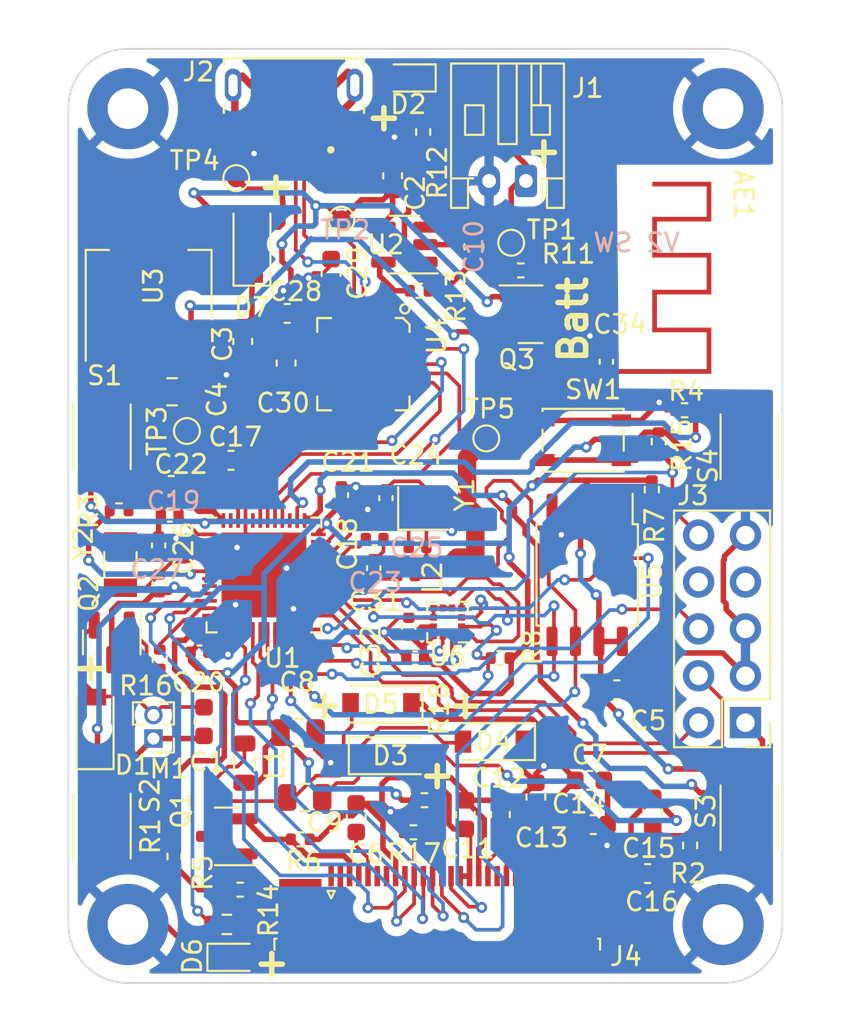
<source format=kicad_pcb>
(kicad_pcb (version 20211014) (generator pcbnew)
  (layers (0 "F.Cu" signal) (31 "B.Cu" signal) (35 "F.Paste" user) (36 "B.SilkS" user "B.Silkscreen") (37 "F.SilkS" user "F.Silkscreen") (38 "B.Mask" user) (39 "F.Mask" user) (44 "Edge.Cuts" user))
  (net 0 "")
  (net 1 "Net-(C1-Pad2)")
  (net 2 "VBUS")
  (net 3 "GND")
  (net 4 "VREG_IN")
  (net 5 "Net-(C6-Pad1)")
  (net 6 "PREVGH")
  (net 7 "Net-(C9-Pad1)")
  (net 8 "Net-(C9-Pad2)")
  (net 9 "+BATT")
  (net 10 "Net-(C12-Pad1)")
  (net 11 "Net-(C13-Pad1)")
  (net 12 "Net-(C14-Pad1)")
  (net 13 "PREVGL")
  (net 14 "Net-(C16-Pad1)")
  (net 15 "Net-(C17-Pad2)")
  (net 16 "Net-(C18-Pad2)")
  (net 17 "Net-(C19-Pad2)")
  (net 18 "Net-(C23-Pad2)")
  (net 19 "XC2")
  (net 20 "Net-(C25-Pad1)")
  (net 21 "XL1")
  (net 22 "XL2")
  (net 23 "Net-(D2-Pad1)")
  (net 24 "Net-(D6-Pad2)")
  (net 26 "unconnected-(J2-PadS1)")
  (net 27 "SWDIO")
  (net 28 "SWDCLK")
  (net 29 "SWO")
  (net 32 "nRESET")
  (net 34 "GDR")
  (net 35 "RESE")
  (net 39 "BUSY")
  (net 40 "RESET")
  (net 41 "DC")
  (net 42 "DP_CS")
  (net 43 "SCK")
  (net 44 "MOSI")
  (net 46 "Net-(L2-Pad2)")
  (net 47 "Net-(Q2-Pad1)")
  (net 48 "BTN_2")
  (net 49 "BTN_3")
  (net 50 "BTN_1")
  (net 51 "BTN_4")
  (net 52 "FL_CS")
  (net 53 "ACC_CS")
  (net 54 "Net-(R12-Pad1)")
  (net 55 "Net-(R13-Pad1)")
  (net 56 "VIB")
  (net 57 "MISO")
  (net 58 "RX")
  (net 60 "ACC_INT1")
  (net 61 "ACC_INT2")
  (net 64 "TX")
  (net 65 "CTS")
  (net 66 "RTS")
  (net 72 "+3V3")
  (net 76 "D+")
  (net 77 "D-")
  (net 79 "Net-(R14-Pad1)")
  (net 94 "Net-(C29-Pad2)")
  (footprint "Resistor_SMD:R_0402_1005Metric" (layer "F.Cu") (at 101.8 79.075)
    (fp_text reference "R4")
    (fp_text value "10K")
  )
  (footprint "Capacitor_SMD:C_0603_1608Metric" (layer "F.Cu") (at 96.65 99.125)
    (fp_text reference "C7")
    (fp_text value "1uF/50V")
  )
  (footprint "Diode_SMD:D_SOD-123" (layer "F.Cu") (at 85.852 97.79)
    (fp_text reference "D3")
    (fp_text value "MBR0530")
  )
  (footprint "Capacitor_SMD:C_0402_1005Metric" (layer "F.Cu") (at 86.85 90.8 90)
    (fp_text reference "C31")
    (fp_text value "100nf")
  )
  (footprint "Capacitor_SMD:C_0402_1005Metric" (layer "F.Cu") (at 87.2 92.5 180)
    (fp_text reference "C32")
    (fp_text value "100nf")
  )
  (footprint "Connector_PinHeader_2.54mm:PinHeader_2x05_P2.54mm_Vertical" (layer "F.Cu") (at 105.1 96 180)
    (fp_text reference "J3")
    (fp_text value "SWD Connector")
  )
  (footprint "TestPoint:TestPoint_Pad_D1.0mm" (layer "F.Cu") (at 92.4 70)
    (fp_text reference "TP1")
    (fp_text value "BATT")
  )
  (footprint "MountingHole:MountingHole_2.2mm_M2_Pad" (layer "F.Cu") (at 103.886 62.738)
    (fp_text reference "H4")
    (fp_text value "MountingHole_Pad")
  )
  (footprint "Button_Switch_SMD:SW_SPST_EVQP7A" (layer "F.Cu") (at 105.3 81.05 90)
    (fp_text reference "S4")
    (fp_text value "Tactile_Button")
  )
  (footprint "Resistor_SMD:R_0402_1005Metric" (layer "F.Cu") (at 87.1 101.94 180)
    (fp_text reference "R17")
    (fp_text value "100K")
  )
  (footprint "INTERFACE-CP2102-GMR_QFN28_:QFN28G_0.5-5X5MM" (layer "F.Cu") (at 84.39 76.58 -90)
    (fp_text reference "U4")
    (fp_text value "INTERFACE-CP2102-GMR(QFN28)")
  )
  (footprint "TestPoint:TestPoint_Pad_D1.0mm" (layer "F.Cu") (at 77.5 66.5)
    (fp_text reference "TP4")
    (fp_text value "VREG_IN")
  )
  (footprint "LED_SMD:LED_0603_1608Metric" (layer "F.Cu") (at 86.825 61.075 180)
    (fp_text reference "D2")
    (fp_text value "RED")
  )
  (footprint "Resistor_SMD:R_0402_1005Metric" (layer "F.Cu") (at 87.7 100.2)
    (fp_text reference "R18")
    (fp_text value "10K")
  )
  (footprint "Resistor_SMD:R_0402_1005Metric" (layer "F.Cu") (at 80.97 102.32)
    (fp_text reference "R6")
    (fp_text value "3")
  )
  (footprint "Capacitor_SMD:C_0603_1608Metric" (layer "F.Cu") (at 73.975 83.15)
    (fp_text reference "C22")
    (fp_text value "4.7uF")
  )
  (footprint "Diode_SMD:D_SOD-123" (layer "F.Cu") (at 85.344 94.996 180)
    (fp_text reference "D5")
    (fp_text value "MBR0530")
  )
  (footprint "10118193-0001LF:FCI_10118193-0001LF" (layer "F.Cu") (at 80.626 61.468 180)
    (fp_text reference "J2")
    (fp_text value "10118193-0001LF")
  )
  (footprint "Resistor_SMD:R_0402_1005Metric" (layer "F.Cu") (at 87.63 64.006 90)
    (fp_text reference "R12")
    (fp_text value "2k")
  )
  (footprint "Crystal:Crystal_SMD_2016-4Pin_2.0x1.6mm" (layer "F.Cu") (at 87.625 84.4)
    (fp_text reference "Y1")
    (fp_text value "32MHz")
  )
  (footprint "PersonalAntenna:Antenna" (layer "F.Cu") (at 101.524 67.45 -90)
    (fp_text reference "AE1")
    (fp_text value "Antenna")
  )
  (footprint "Resistor_SMD:R_0402_1005Metric" (layer "F.Cu") (at 91.8 92.5 180)
    (fp_text reference "R8")
    (fp_text value "10K")
  )
  (footprint "TestPoint:TestPoint_Pad_D1.0mm" (layer "F.Cu") (at 74.825 80.2)
    (fp_text reference "TP3")
    (fp_text value "3.3V")
  )
  (footprint "Resistor_SMD:R_0402_1005Metric" (layer "F.Cu") (at 87.414328 72.602)
    (fp_text reference "R13")
    (fp_text value "10k")
  )
  (footprint "Connector_PinHeader_1.27mm:PinHeader_1x02_P1.27mm_Vertical" (layer "F.Cu") (at 73.01 96.86 180)
    (fp_text reference "M1")
    (fp_text value "VC1020B111F")
  )
  (footprint "Capacitor_SMD:C_0603_1608Metric" (layer "F.Cu") (at 77.216 81.788 180)
    (fp_text reference "C17")
    (fp_text value "1.0uf")
  )
  (footprint "Button_Switch_SMD:SW_SPST_EVQP7A" (layer "F.Cu") (at 70.225 101.6 -90)
    (fp_text reference "S2")
    (fp_text value "Tactile_Button")
  )
  (footprint "Capacitor_SMD:C_0402_1005Metric" (layer "F.Cu") (at 87.325 86.5)
    (fp_text reference "C25")
    (fp_text value "12pF")
  )
  (footprint "Diode_SMD:D_SOD-123" (layer "F.Cu") (at 78.35 70.075 90)
    (fp_text reference "D7")
    (fp_text value "MBR0530")
  )
  (footprint "Capacitor_SMD:C_0402_1005Metric" (layer "F.Cu") (at 75.51 92.18 180)
    (fp_text reference "C20")
    (fp_text value "100nf")
  )
  (footprint "Capacitor_SMD:C_0603_1608Metric" (layer "F.Cu") (at 84 101.15 90)
    (fp_text reference "C6")
    (fp_text value "1uF/50V")
  )
  (footprint "Capacitor_SMD:C_0402_1005Metric" (layer "F.Cu") (at 73.892164 84.75)
    (fp_text reference "C19")
    (fp_text value "100nf")
  )
  (footprint "Capacitor_SMD:C_0603_1608Metric" (layer "F.Cu") (at 80.2 76.52 -90)
    (fp_text reference "C30")
    (fp_text value "100nF")
  )
  (footprint "Capacitor_SMD:C_0603_1608Metric" (layer "F.Cu") (at 93.74 100.03 90)
    (fp_text reference "C13")
    (fp_text value "1uF/50V")
  )
  (footprint "Resistor_SMD:R_0402_1005Metric" (layer "F.Cu") (at 71.15 84.5 180)
    (fp_text reference "R3")
    (fp_text value "10K")
  )
  (footprint "Resistor_SMD:R_0402_1005Metric" (layer "F.Cu") (at 100.4 80.775 -90)
    (fp_text reference "R15")
    (fp_text value "18k")
  )
  (footprint "Inductor_SMD:L_0402_1005Metric" (layer "F.Cu") (at 86.7 88.025)
    (fp_text reference "L2")
    (fp_text value "3.9nH")
  )
  (footprint "Resistor_SMD:R_0603_1608Metric" (layer "F.Cu") (at 76.99 106.93)
    (fp_text reference "R14")
    (fp_text value "750")
  )
  (footprint "LED_SMD:LED_0603_1608Metric" (layer "F.Cu") (at 77.42 108.712)
    (fp_text reference "D6")
    (fp_text value "GREEN")
  )
  (footprint "Package_DFN_QFN:QFN-48-1EP_6x6mm_P0.4mm_EP4.6x4.6mm" (layer "F.Cu") (at 79 88)
    (fp_text reference "U1")
    (fp_text value "NRF52832-QFAA-R")
  )
  (footprint "Capacitor_SMD:C_0402_1005Metric" (layer "F.Cu") (at 85 86.025 180)
    (fp_text reference "C18")
    (fp_text value "100pF")
  )
  (footprint "Button_Switch_SMD:SW_SPST_PTS810" (layer "F.Cu") (at 96.3 80.7 180)
    (fp_text reference "SW1")
    (fp_text value "SW_Push")
  )
  (footprint "Crystal:Crystal_SMD_3215-2Pin_3.2x1.5mm" (layer "F.Cu") (at 71.22 87.44 -90)
    (fp_text reference "Y2")
    (fp_text value "32.768kHz")
  )
  (footprint "TestPoint:TestPoint_Pad_D1.0mm" (layer "F.Cu") (at 83.2 68.75)
    (fp_text reference "TP2")
    (fp_text value "USB")
  )
  (footprint "Inductor_SMD:L_0805_2012Metric" (layer "F.Cu") (at 77.94 98.19 90)
    (fp_text reference "L1")
    (fp_text value "10uH/1A")
  )
  (footprint "Resistor_SMD:R_0402_1005Metric" (layer "F.Cu") (at 74.15 103.25 90)
    (fp_text reference "R1")
    (fp_text value "10K")
  )
  (footprint "Capacitor_SMD:C_0805_2012Metric" (layer "F.Cu") (at 80.85 96.54)
    (fp_text reference "C8")
    (fp_text value "4.7uF/50V")
  )
  (footprint "Diode_SMD:D_SOD-123" (layer "F.Cu") (at 91.44 97.028 180)
    (fp_text reference "D4")
    (fp_text value "MBR0530")
  )
  (footprint "Package_LGA:LGA-12_2x2mm_P0.5mm" (layer "F.Cu") (at 88.95 90.55 180)
    (fp_text reference "U6")
    (fp_text value "LIS2DH12TR")
  )
  (footprint "Connector_JST:JST_PH_S2B-PH-K_1x02_P2.00mm_Horizontal" (layer "F.Cu") (at 93.202 66.654 180)
    (fp_text reference "J1")
    (fp_text value "Conn_01x02")
  )
  (footprint "Resistor_SMD:R_0402_1005Metric" (layer "F.Cu") (at 100.025 83.375 -90)
    (fp_text reference "R7")
    (fp_text value "10K")
  )
  (footprint "Package_SO:SOIC-8_5.275x5.275mm_P1.27mm" (layer "F.Cu") (at 96.52 87.995 -90)
    (fp_text reference "U5")
    (fp_text value "W25Q128JVSIQ")
  )
  (footprint "Package_TO_SOT_SMD:SOT-23-5" (layer "F.Cu") (at 86.614 70.104 180)
    (fp_text reference "U2")
    (fp_text value "TP4054")
  )
  (footprint "Capacitor_SMD:C_0603_1608Metric" (layer "F.Cu") (at 80.26 73.83 180)
    (fp_text reference "C28")
    (fp_text value "1uF")
  )
  (footprint "Capacitor_SMD:C_0603_1608Metric" (layer "F.Cu") (at 100.075 100.85 -90)
    (fp_text reference "C15")
    (fp_text value "1uF/50V")
  )
  (footprint "Connector_FFC-FPC:TE_2-1734839-4_1x24-1MP_P0.5mm_Horizontal" (layer "F.Cu") (at 88.392 105.664)
    (fp_text reference "J4")
    (fp_text value "FPC24(0.5mm)")
  )
  (footprint "Capacitor_SMD:C_0603_1608Metric" (layer "F.Cu") (at 75.75 95.94 90)
    (fp_text reference "C1")
    (fp_text value "100nf")
  )
  (footprint "Capacitor_SMD:C_0603_1608Metric" (layer "F.Cu") (at 82.64 71.66 -90)
    (fp_text reference "C29")
    (fp_text value "100nF")
  )
  (footprint "Capacitor_SMD:C_0402_1005Metric" (layer "F.Cu") (at 85.61 83.84 -90)
    (fp_text reference "C24")
    (fp_text value "12pF")
  )
  (footprint "Resistor_SMD:R_0402_1005Metric" (layer "F.Cu") (at 77.71 105.05 180)
    (fp_text reference "R5")
    (fp_text value "10K")
  )
  (footprint "Capacitor_SMD:C_0402_1005Metric" (layer "F.Cu") (at 97.56 76.45 -90)
    (fp_text reference "C34")
    (fp_text value "1.5pF")
  )
  (footprint "Capacitor_SMD:C_0603_1608Metric" (layer "F.Cu") (at 91.815 100.98 90)
    (fp_text reference "C12")
    (fp_text value "1uF/50V")
  )
  (footprint "Capacitor_SMD:C_0603_1608Metric" (layer "F.Cu") (at 98.13 94.22)
    (fp_text reference "C5")
    (fp_text value "1uF/50V")
  )
  (footprint "Resistor_SMD:R_0402_1005Metric" (layer "F.Cu") (at 73.35 92.56 90)
    (fp_text reference "R16")
    (fp_text value "1K")
  )
  (footprint "TestPoint:TestPoint_Pad_D1.0mm" (layer "F.Cu") (at 91.05 80.6)
    (fp_text reference "TP5")
    (fp_text value "ANT")
  )
  (footprint "Capacitor_SMD:C_0402_1005Metric" (layer "F.Cu") (at 73.29 86.4 90)
    (fp_text reference "C26")
    (fp_text value "12pF")
  )
  (footprint "MountingHole:MountingHole_2.2mm_M2_Pad" (layer "F.Cu") (at 71.628 62.738)
    (fp_text reference "H1")
    (fp_text value "MountingHole_Pad")
  )
  (footprint "Package_TO_SOT_SMD:SOT-23" (layer "F.Cu") (at 76.99 102.16 180)
    (fp_text reference "Q1")
    (fp_text value "AO3400A")
  )
  (footprint "Capacitor_SMD:C_0402_1005Metric" (layer "F.Cu") (at 73.32 88.46 -90)
    (fp_text reference "C27")
    (fp_text value "12pF")
  )
  (footprint "Capacitor_SMD:C_0805_2012Metric" (layer "F.Cu") (at 74.025 78.075)
    (fp_text reference "C4")
    (fp_text value "22uf")
  )
  (footprint "Package_TO_SOT_SMD:SOT-23" (layer "F.Cu") (at 70.75 91.65 -90)
    (fp_text reference "Q2")
    (fp_text value "S8050")
  )
  (footprint "Package_TO_SOT_SMD:SOT-23" (layer "F.Cu") (at 93.45 73.875)
    (fp_text reference "Q3")
    (fp_text value "AO3401A")
  )
  (footprint "Package_TO_SOT_SMD:SOT-223" (layer "F.Cu") (at 72.75 72.3 90)
    (fp_text reference "U3")
    (fp_text value "AMS1117")
  )
  (footprint "Resistor_SMD:R_0402_1005Metric" (layer "F.Cu") (at 92.925 71.5)
    (fp_text reference "R11")
    (fp_text value "100K")
  )
  (footprint "Resistor_SMD:R_0402_1005Metric" (layer "F.Cu") (at 102.1 102.65 -90)
    (fp_text reference "R2")
    (fp_text value "10K")
  )
  (footprint "Capacitor_SMD:C_0603_1608Metric" (layer "F.Cu") (at 85.975 66.375 90)
    (fp_text reference "C2")
    (fp_text value "1uF")
  )
  (footprint "Diode_SMD:D_SOD-123" (layer "F.Cu") (at 69.85 96.266 90)
    (fp_text reference "D1")
    (fp_text value "MBR0530")
  )
  (footprint "MountingHole:MountingHole_2.2mm_M2_Pad" (layer "F.Cu") (at 103.886 106.934)
    (fp_text reference "H3")
    (fp_text value "MountingHole_Pad")
  )
  (footprint "Capacitor_SMD:C_0402_1005Metric" (layer "F.Cu") (at 84.95 87.625 -90)
    (fp_text reference "C23")
    (fp_text value "0.8pF")
  )
  (footprint "MountingHole:MountingHole_2.2mm_M2_Pad" (layer "F.Cu") (at 71.628 106.934)
    (fp_text reference "H2")
    (fp_text value "MountingHole_Pad")
  )
  (footprint "Button_Switch_SMD:SW_SPST_EVQP7A" (layer "F.Cu") (at 105.3 101.15 90)
    (fp_text reference "S3")
    (fp_text value "Tactile_Button")
  )
  (footprint "Capacitor_SMD:C_0402_1005Metric" (layer "F.Cu") (at 83.2 83.675 -90)
    (fp_text reference "C21")
    (fp_text value "100nf")
  )
  (footprint "Capacitor_SMD:C_0603_1608Metric" (layer "F.Cu") (at 99.8 104.175)
    (fp_text reference "C16")
    (fp_text value "1uF/50V")
  )
  (footprint "Capacitor_SMD:C_0603_1608Metric" (layer "F.Cu") (at 90.375 70.225 90)
    (fp_text reference "C10")
    (fp_text value "1uF")
  )
  (footprint "Capacitor_SMD:C_0603_1608Metric" (layer "F.Cu") (at 96.85 101.525)
    (fp_text reference "C14")
    (fp_text value "1uF/50V")
  )
  (footprint "Capacitor_SMD:C_0603_1608Metric" (layer "F.Cu") (at 77.85 75.35 90)
    (fp_text reference "C3")
    (fp_text value "100nf")
  )
  (footprint "Capacitor_SMD:C_0603_1608Metric" (layer "F.Cu") (at 89.915 100.98 90)
    (fp_text reference "C11")
    (fp_text value "1uF/50V")
  )
  (footprint "Button_Switch_SMD:SW_SPST_EVQP7A" (layer "F.Cu") (at 70.225 80.518 -90)
    (fp_text reference "S1")
    (fp_text value "Tactile_Button")
  )
  (footprint "Capacitor_SMD:C_0805_2012Metric" (layer "F.Cu") (at 81.21 100.05 180)
    (fp_text reference "C9")
    (fp_text value "4.7uF/50V")
  )
  (gr_arc (start 107.1 106.9) (mid 106.162742 109.162742) (end 103.9 110.1) (layer "Edge.Cuts") (width 0.1))
  (gr_arc (start 68.4 62.7) (mid 69.337258 60.437258) (end 71.6 59.5) (layer "Edge.Cuts") (width 0.1))
  (gr_line (start 68.4 106.9) (end 68.4 62.7) (layer "Edge.Cuts") (width 0.1))
  (gr_arc (start 103.9 59.5) (mid 106.162742 60.437258) (end 107.1 62.7) (layer "Edge.Cuts") (width 0.1))
  (gr_line (start 71.6 59.5) (end 103.9 59.5) (layer "Edge.Cuts") (width 0.1))
  (gr_arc (start 71.6 110.1) (mid 69.337258 109.162742) (end 68.4 106.9) (layer "Edge.Cuts") (width 0.1))
  (gr_line (start 103.9 110.1) (end 71.6 110.1) (layer "Edge.Cuts") (width 0.1))
  (gr_line (start 107.1 62.7) (end 107.1 106.9) (layer "Edge.Cuts") (width 0.1))
  (gr_text "V2 SW" (at 99.2 70) (layer "B.SilkS") (effects (font (size 1 1)) (justify mirror)))
  (gr_text "+" (at 94.175 65) (layer "F.SilkS") (effects (font (size 1.5 1.5) (thickness 0.3))))
  (gr_text "+" (at 89.916 94.996) (layer "F.SilkS") (effects (font (size 1.5 1.5) (thickness 0.3))))
  (gr_text "Batt" (at 95.758 74.168 90) (layer "F.SilkS") (effects (font (size 1.5 1.5) (thickness 0.3))))
  (gr_text "+" (at 85.5 63.15) (layer "F.SilkS") (effects (font (size 1.5 1.5) (thickness 0.3))))
  (gr_text "+" (at 82.296 94.996) (layer "F.SilkS") (effects (font (size 1.5 1.5) (thickness 0.3))))
  (gr_text "+" (at 88.392 98.79) (layer "F.SilkS") (effects (font (size 1.5 1.5) (thickness 0.3))))
  (gr_text "+" (at 79.65 66.9) (layer "F.SilkS") (effects (font (size 1.5 1.5) (thickness 0.3))))
  (gr_text "+" (at 69.596 92.964) (layer "F.SilkS") (effects (font (size 1.5 1.5) (thickness 0.3))))
  (gr_text "+" (at 79.425 108.975) (layer "F.SilkS") (effects (font (size 1.5 1.5) (thickness 0.3))))
  (segment (start 73.01 95.59) (end 73.45 95.15) (width 0.2) (layer "F.Cu") (net 1))
  (segment (start 75.735 95.15) (end 75.75 95.165) (width 0.2) (layer "F.Cu") (net 1))
  (segment (start 73.45 95.15) (end 75.735 95.15) (width 0.2) (layer "F.Cu") (net 1))
  (segment (start 69.98 94.58) (end 72 94.58) (width 0.2) (layer "F.Cu") (net 1))
  (segment (start 72 94.58) (end 73.01 95.59) (width 0.2) (layer "F.Cu") (net 1))
  (segment (start 69.275 93.875) (end 69.275 91.2375) (width 0.2) (layer "F.Cu") (net 1))
  (segment (start 69.98 94.58) (end 69.275 93.875) (width 0.2) (layer "F.Cu") (net 1))
  (segment (start 69.275 91.2375) (end 69.8 90.7125) (width 0.2) (layer "F.Cu") (net 1))
  (segment (start 93.125 72.925) (end 93.55 72.5) (width 0.3) (layer "F.Cu") (net 2))
  (segment (start 80.46 72.06) (end 80.46 71.49) (width 0.3) (layer "F.Cu") (net 2))
  (segment (start 85.4765 68.9555) (end 85.4765 69.154) (width 0.3) (layer "F.Cu") (net 2))
  (segment (start 80.46 71.49) (end 79.975 71.005) (width 0.3) (layer "F.Cu") (net 2))
  (segment (start 78.35 68.425) (end 76.325 68.425) (width 0.3) (layer "F.Cu") (net 2))
  (segment (start 81.926 64.686) (end 83.83 66.59) (width 0.3) (layer "F.Cu") (net 2))
  (segment (start 80.2 75.53) (end 80.65 75.08) (width 0.3) (layer "F.Cu") (net 2))
  (segment (start 81.809501 68) (end 82.45 68) (width 0.3) (layer "F.Cu") (net 2))
  (segment (start 84.275 67.675) (end 85.45 67.675) (width 0.3) (layer "F.Cu") (net 2))
  (segment (start 82.89 73.99) (end 81.8 75.08) (width 0.3) (layer "F.Cu") (net 2))
  (segment (start 80.65 75.08) (end 81.8 75.08) (width 0.3) (layer "F.Cu") (net 2))
  (segment (start 81.035 72.635) (end 80.46 72.06) (width 0.3) (layer "F.Cu") (net 2))
  (segment (start 93.55 71.615) (end 93.435 71.5) (width 0.3) (layer "F.Cu") (net 2))
  (segment (start 85.125 65.075) (end 84.42 65.78) (width 0.3) (layer "F.Cu") (net 2))
  (segment (start 92.5125 72.925) (end 92.95 72.925) (width 0.2) (layer "F.Cu") (net 2))
  (segment (start 92.5125 72.925) (end 93.125 72.925) (width 0.3) (layer "F.Cu") (net 2))
  (segment (start 92.5125 72.925) (end 91.375 72.925) (width 0.3) (layer "F.Cu") (net 2))
  (segment (start 85.975 67.15) (end 85.975 68.457) (width 0.3) (layer "F.Cu") (net 2))
  (segment (start 83.2 68.75) (end 84.275 67.675) (width 0.3) (layer "F.Cu") (net 2))
  (segment (start 85.45 67.675) (end 85.975 67.15) (width 0.3) (layer "F.Cu") (net 2))
  (segment (start 85.125 65.075) (end 85.125 61.9875) (width 0.3) (layer "F.Cu") (net 2))
  (segment (start 84.42 65.78) (end 84.42 66.59) (width 0.3) (layer "F.Cu") (net 2))
  (segment (start 85.125 61.9875) (end 86.0375 61.075) (width 0.3) (layer "F.Cu") (net 2))
  (segment (start 81.926 64.143) (end 81.926 64.686) (width 0.3) (layer "F.Cu") (net 2))
  (segment (start 84.42 66.59) (end 85.415 66.59) (width 0.3) (layer "F.Cu") (net 2))
  (segment (start 81.035 73.83) (end 81.035 72.635) (width 0.3) (layer "F.Cu") (net 2))
  (segment (start 79.975 71.005) (end 79.975 70.075) (width 0.3) (layer "F.Cu") (net 2))
  (segment (start 93.55 72.5) (end 93.55 71.615) (width 0.3) (layer "F.Cu") (net 2))
  (segment (start 91.375 72.925) (end 91.1 73.2) (width 0.3) (layer "F.Cu") (net 2))
  (segment (start 81.035 74.315) (end 81.8 75.08) (width 0.3) (layer "F.Cu") (net 2))
  (segment (start 85.975 68.457) (end 85.4765 68.9555) (width 0.3) (layer "F.Cu") (net 2))
  (segment (start 83.83 66.59) (end 84.42 66.59) (width 0.3) (layer "F.Cu") (net 2))
  (segment (start 82.45 68) (end 83.2 68.75) (width 0.3) (layer "F.Cu") (net 2))
  (segment (start 85.415 66.59) (end 85.975 67.15) (width 0.3) (layer "F.Cu") (net 2))
  (segment (start 76.325 68.425) (end 75.2 67.3) (width 0.3) (layer "F.Cu") (net 2))
  (segment (start 81.035 73.83) (end 81.035 74.315) (width 0.3) (layer "F.Cu") (net 2))
  (via (at 79.975 70.075) (size 0.6) (drill 0.3) (layers "F.Cu" "B.Cu") (net 2))
  (via (at 81.809501 68) (size 0.6) (drill 0.3) (layers "F.Cu" "B.Cu") (net 2))
  (via (at 91.1 73.2) (size 0.6) (drill 0.3) (layers "F.Cu" "B.Cu") (net 2))
  (via (at 75.2 67.3) (size 0.6) (drill 0.3) (layers "F.Cu" "B.Cu") (net 2))
  (segment (start 85.9 68) (end 81.809501 68) (width 0.3) (layer "B.Cu") (net 2))
  (segment (start 79.975 69.875) (end 79.975 70.075) (width 0.3) (layer "B.Cu") (net 2))
  (segment (start 81.1 69.1) (end 80.75 69.1) (width 0.3) (layer "B.Cu") (net 2))
  (segment (start 80.75 69.1) (end 80.025 69.825) (width 0.3) (layer "B.Cu") (net 2))
  (segment (start 81.809501 68) (end 81.809501 68.965499) (width 0.3) (layer "B.Cu") (net 2))
  (segment (start 81.675 69.1) (end 81.1 69.1) (width 0.3) (layer "B.Cu") (net 2))
  (segment (start 91.1 73.2) (end 85.9 68) (width 0.3) (layer "B.Cu") (net 2))
  (segment (start 75.2 67.3) (end 81.109501 67.3) (width 0.3) (layer "B.Cu") (net 2))
  (segment (start 80.025 69.825) (end 79.975 69.875) (width 0.3) (layer "B.Cu") (net 2))
  (segment (start 81.809501 68.965499) (end 81.675 69.1) (width 0.3) (layer "B.Cu") (net 2))
  (segment (start 81.109501 67.3) (end 81.809501 68) (width 0.3) (layer "B.Cu") (net 2))
  (segment (start 85.61 84.32) (end 85.905 84.32) (width 0.2) (layer "F.Cu") (net 3))
  (segment (start 79.52 73.135234) (end 79.52 73.795) (width 0.2) (layer "F.Cu") (net 3))
  (segment (start 75.438 108.712) (end 73.66 106.934) (width 0.3) (layer "F.Cu") (net 3))
  (segment (start 74.15 85.92) (end 74.24 86.01) (width 0.3) (layer "F.Cu") (net 3))
  (segment (start 89.915 100.205) (end 91.815 100.205) (width 0.3) (layer "F.Cu") (net 3))
  (segment (start 85.517807 91.317807) (end 85.517807 91.097638) (width 0.2) (layer "F.Cu") (net 3))
  (segment (start 79.858532 88) (end 80.229266 87.629266) (width 0.2) (layer "F.Cu") (net 3))
  (segment (start 89.479 70.104) (end 90.375 71) (width 0.3) (layer "F.Cu") (net 3))
  (segment (start 79.02 74.44) (end 79.02 76.115) (width 0.2) (layer "F.Cu") (net 3))
  (segment (start 72.3 84.05) (end 73.2 83.15) (width 0.3) (layer "F.Cu") (net 3))
  (segment (start 74.17 103.76) (end 74.17 104.392) (width 0.3) (layer "F.Cu") (net 3))
  (segment (start 73.29 85.92) (end 74.15 85.92) (width 0.3) (layer "F.Cu") (net 3))
  (segment (start 73.25 77.925) (end 73.25 78.075) (width 0.3) (layer "F.Cu") (net 3))
  (segment (start 73.08 88.94) (end 72.48 89.54) (width 0.3) (layer "F.Cu") (net 3))
  (segment (start 77.46 89.54) (end 77.46 89.61) (width 0.3) (layer "F.Cu") (net 3))
  (segment (start 100.95 92.225) (end 99.275 93.9) (width 0.3) (layer "F.Cu") (net 3))
  (segment (start 79.52 73.795) (end 79.485 73.83) (width 0.2) (layer "F.Cu") (net 3))
  (segment (start 79.326 64.143) (end 79.326 66.014) (width 0.3) (layer "F.Cu") (net 3))
  (segment (start 83.2 83.195) (end 83.92 83.195) (width 0.2) (layer "F.Cu") (net 3))
  (segment (start 80.6 89.6) (end 80.6 89.83) (width 0.3) (layer "F.Cu") (net 3))
  (segment (start 84 100.375) (end 85.398268 100.375) (width 0.3) (layer "F.Cu") (net 3))
  (segment (start 85.45 101.36) (end 84.465 100.375) (width 0.3) (layer "F.Cu") (net 3))
  (segment (start 71.625 84.465) (end 71.66 84.5) (width 0.3) (layer "F.Cu") (net 3))
  (segment (start 82.214785 97.832333) (end 82.282333 97.832333) (width 0.3) (layer "F.Cu") (net 3))
  (segment (start 79.19 66.15) (end 79.19 65.890946) (width 0.3) (layer "F.Cu") (net 3))
  (segment (start 84.465 100.375) (end 84 100.375) (width 0.3) (layer "F.Cu") (net 3))
  (segment (start 104.05 89.55) (end 103.9 89.4) (width 0.3) (layer "F.Cu") (net 3))
  (segment (start 87.924328 72.602) (end 88.773 72.602) (width 0.3) (layer "F.Cu") (net 3))
  (segment (start 72.525 77.2) (end 73.25 77.925) (width 0.3) (layer "F.Cu") (net 3))
  (segment (start 71.45 77.2) (end 72.525 77.2) (width 0.3) (layer "F.Cu") (net 3))
  (segment (start 88.55 84.95) (end 89.075 85.475) (width 0.2) (layer "F.Cu") (net 3))
  (segment (start 74.17 104.392) (end 71.628 106.934) (width 0.3) (layer "F.Cu") (net 3))
  (segment (start 73.29 84.872164) (end 73.412164 84.75) (width 0.3) (layer "F.Cu") (net 3))
  (segment (start 87.805 86.5) (end 87.805 85.47) (width 0.2) (layer "F.Cu") (net 3))
  (segment (start 91.815 100.205) (end 92.79 100.205) (width 0.3) (layer "F.Cu") (net 3))
  (segment (start 89.13 98.98) (end 89.915 99.765) (width 0.3) (layer "F.Cu") (net 3))
  (segment (start 86.85 90.32) (end 86.295445 90.32) (width 0.2) (layer "F.Cu") (net 3))
  (segment (start 75.99 92.18) (end 76.93 92.18) (width 0.3) (layer "F.Cu") (net 3))
  (segment (start 78 87) (end 79 88) (width 0.2) (layer "F.Cu") (net 3))
  (segment (start 70.75 89.92) (end 70.75 92.5875) (width 0.3) (layer "F.Cu") (net 3))
  (segment (start 92.79 100.205) (end 93.74 99.255) (width 0.3) (layer "F.Cu") (net 3))
  (segment (start 81.8 97.417548) (end 82.214785 97.832333) (width 0.3) (layer "F.Cu") (net 3))
  (segment (start 84 100.375) (end 84 100.84) (width 0.3) (layer "F.Cu") (net 3))
  (segment (start 73.32 88.94) (end 73.08 88.94) (width 0.3) (layer "F.Cu") (net 3))
  (segment (start 76.6325 108.712) (end 75.438 108.712) (width 0.3) (layer "F.Cu") (net 3))
  (segment (start 99.45 79.625) (end 100.425 78.65) (width 0.3) (layer "F.Cu") (net 3))
  (segment (start 84.05 87.4) (end 84.305 87.145) (width 0.2) (layer "F.Cu") (net 3))
  (segment (start 73.29 85.92) (end 73.29 84.872164) (width 0.3) (layer "F.Cu") (net 3))
  (segment (start 73.2 83.15) (end 73.2 78.125) (width 0.3) (layer "F.Cu") (net 3))
  (segment (start 89.175 85.575) (end 89.175 85.6) (width 0.2) (layer "F.Cu") (net 3))
  (segment (start 90.94 101.23) (end 89.915 100.205) (width 0.3) (layer "F.Cu") (net 3))
  (segment (start 97.625 101.525) (end 97.625 102.625) (width 0.3) (layer "F.Cu") (net 3))
  (segment (start 77.85 76.125) (end 77.85 76.28) (width 0.3) (layer "F.Cu") (net 3))
  (segment (start 86.72 92.5) (end 86.7 92.5) (width 0.2) (layer "F.Cu") (net 3))
  (segment (start 85.975 65.6) (end 85.975 64.375) (width 0.3) (layer "F.Cu") (net 3))
  (segment (start 77.85 76.28) (end 76.97 77.16) (width 0.3) (layer "F.Cu") (net 3))
  (segment (start 72.48 89.54) (end 71.13 89.54) (width 0.3) (layer "F.Cu") (net 3))
  (segment (start 91.15 71) (end 90.375 71) (width 0.3) (layer "F.Cu") (net 3))
  (segment (start 85.485343 87.239657) (end 87.485343 87.239657) (width 0.2) (layer "F.Cu") (net 3))
  (segment (start 85.45 102.822) (end 85.45 101.36) (width 0.3) (layer "F.Cu") (net 3))
  (segment (start 85.37 87.145) (end 85.475 87.25) (width 0.2) (layer "F.Cu") (net 3))
  (segment (start 100.575 104.175) (end 100.575 102.125) (width 0.3) (layer "F.Cu") (net 3))
  (segment (start 88.113 70.104) (end 89.296 70.104) (width 0.3) (layer "F.Cu") (net 3))
  (segment (start 70.45 76.2) (end 71.45 77.2) (width 0.3) (layer "F.Cu") (net 3))
  (segment (start 88.325 84.95) (end 88.55 84.95) (width 0.2) (layer "F.Cu") (net 3))
  (segment (start 80.055734 72.5995) (end 79.52 73.135234) (width 0.2) (layer "F.Cu") (net 3))
  (segment (start 79 88) (end 79.858532 88) (width 0.2) (layer "F.Cu") (net 3))
  (segment (start 73.32 88.94) (end 73.86 88.94) (width 0.3) (layer "F.Cu") (net 3))
  (segment (start 86.142 104.314) (end 86.142 103.514) (width 0.3) (layer "F.Cu") (net 3))
  (segment (start 82.282333 97.832333) (end 82.6205 98.1705) (width 0.3) (layer "F.Cu") (net 3))
  (segment (start 97.56 75.97) (end 97.56 75.94) (width 0.3) (layer "F.Cu") (net 3))
  (segment (start 77.54 86.54) (end 77.54 86.51) (width 0.3) (layer "F.Cu") (net 3))
  (segment (start 75.46 105.05) (end 74.17 103.76) (width 0.3) (layer "F.Cu") (net 3))
  (segment (start 88.773 72.602) (end 90.375 71) (width 0.3) (layer "F.Cu") (net 3))
  (segment (start 83.26 101.04) (end 82.6 101.7) (width 0.3) (layer "F.Cu") (net 3))
  (segment (start 84.95 87.145) (end 85.055 87.145) (width 0.2) (layer "F.Cu") (net 3))
  (segment (start 80.2 78.16) (end 80.98 78.94) (width 0.2) (layer "F.Cu") (net 3))
  (segment (start 98.375 79.625) (end 99.45 79.625) (width 0.3) (layer "F.Cu") (net 3))
  (segment (start 81.69 71.64) (end 81.42 71.91) (width 0.2) (layer "F.Cu") (net 3))
  (segment (start 89.296 67.579) (end 89.296 70.104) (width 0.3) (layer "F.Cu") (net 3))
  (segment (start 89.075 85.475) (end 89.175 85.575) (width 0.2) (layer "F.Cu") (net 3))
  (segment (start 79.485 73.83) (end 79.485 73.975) (width 0.2) (layer "F.Cu") (net 3))
  (segment (start 94.615 84.39) (end 94.615 85.321269) (width 0.3) (layer "F.Cu") (net 3))
  (segment (start 73.66 106.934) (end 71.628 106.934) (width 0.3) (layer "F.Cu") (net 3))
  (segment (start 102.085 102.125) (end 102.1 102.14) (width 0.3) (layer "F.Cu") (net 3))
  (segment (start 87.805 86.92) (end 87.805 86.5) (width 0.2) (layer "F.Cu") (net 3))
  (segment (start 103.9 87.22) (end 103.96 87.16) (width 0.3) (layer "F.Cu") (net 3))
  (segment (start 105.1 93.46) (end 103.865 92.225) (width 0.3) (layer "F.Cu") (net 3))
  (segment (start 83.8 101.04) (end 83.26 101.04) (width 0.3) (layer "F.Cu") (net 3))
  (segment (start 88.1675 90.32) (end 88.1875 90.3) (width 0.2) (layer "F.Cu") (net 3))
  (segment (start 87.805 85.47) (end 88.325 84.95) (width 0.2) (layer "F.Cu") (net 3))
  (segment (start 93.74 99.255) (end 93.04 98.555) (width 0.3) (layer "F.Cu") (net 3))
  (segment (start 84.89 76.08) (end 84.39 76.58) (width 0.2) (layer "F.Cu") (net 3))
  (segment (start 97.625 101.525) (end 97.625 99.325) (width 0.3) (layer "F.Cu") (net 3))
  (segment (start 71.13 89.54) (end 70.75 89.92) (width 0.3) (layer "F.Cu") (net 3))
  (segment (start 103.865 92.225) (end 100.95 92.225) (width 0.3) (layer "F.Cu") (net 3))
  (segment (start 99.275 93.9) (end 98.8 93.9) (width 0.3) (layer "F.Cu") (net 3))
  (segment (start 94.615 85.321269) (end 95.116738 85.823007) (width 0.3) (layer "F.Cu") (net 3))
  (segment (start 88.7 89.7875) (end 89.2 89.7875) (width 0.2) (layer "F.Cu") (net 3))
  (segment (start 85.905 84.32) (end 86.375 83.85) (width 0.2) (layer "F.Cu") (net 3))
  (segment (start 85.48 86.72) (end 85.48 86.025) (width 0.2) (layer "F.Cu") (net 3))
  (segment (start 86.7 92.5) (end 85.517807 91.317807) (width 0.2) (layer "F.Cu") (net 3))
  (segment (start 94.225 79.625) (end 98.375 79.625) (width 0.3) (layer "F.Cu") (net 3))
  (segment (start 101.215 79.05) (end 100.825 79.05) (width 0.3) (layer "F.Cu") (net 3))
  (segment (start 79.02 76.115) (end 80.2 77.295) (width 0.2) (layer "F.Cu") (net 3))
  (segment (start 90.221 66.654) (end 89.296 67.579) (width 0.3) (layer "F.Cu") (net 3))
  (segment (start 79.326 66.014) (end 79.19 66.15) (width 0.3) (layer "F.Cu") (net 3))
  (segment (start 91.202 66.654) (end 90.221 66.654) (width 0.3) (layer "F.Cu") (net 3))
  (segment (start 91.65 71.5) (end 91.15 71) (width 0.3) (layer "F.Cu") (net 3))
  (segment (start 98.8 93.9) (end 98.8 93.925) (width 0.2) (layer "F.Cu") (net 3))
  (segment (start 81.98 102.32) (end 82.6 101.7) (width 0.3) (layer "F.Cu") (net 3))
  (segment (start 93.74 98.77) (end 94.170378 98.339622) (width 0.3) (layer "F.Cu") (net 3))
  (segment (start 78 81.797) (end 77.991 81.788) (width 0.3) (layer "F.Cu") (net 3))
  (segment (start 79 88) (end 77.46 89.54) (width 0.3) (layer "F.Cu") (net 3))
  (segment (start 103.96 86.98) (end 105.1 85.84) (width 0.3) (layer "F.Cu") (net 3))
  (segment (start 85.74 98.98) (end 89.13 98.98) (width 0.3) (layer "F.Cu") (net 3))
  (segment (start 85.055 87.145) (end 85.48 86.72) (width 0.2) (layer "F.Cu") (net 3))
  (segment (start 84.89 73.99) (end 84.89 76.08) (width 0.2) (layer "F.Cu") (net 3))
  (segment (start 85.398268 100.375) (end 85.850242 100.826974) (width 0.3) (layer "F.Cu") (net 3))
  (segment (start 105.1 90.92) (end 104.05 89.87) (width 0.3) (layer "F.Cu") (net 3))
  (segment (start 71.625 84.05) (end 72.3 84.05) (width 0.3) (layer "F.Cu") (net 3))
  (segment (start 81.95 87.8) (end 80.4 87.8) (width 0.2) (layer "F.Cu") (net 3))
  (segment (start 101.127 104.175) (end 103.886 106.934) (width 0.3) (layer "F.Cu") (net 3))
  (segment (start 93.04 98.555) (end 93.04 97.09) (width 0.3) (layer "F.Cu") (net 3))
  (segment (start 77.2 105.05) (end 75.46 105.05) (width 0.3) (layer "F.Cu") (net 3))
  (segment (start 97.56 75.94) (end 96.67 75.05) (width 0.3) (layer "F.Cu") (net 3))
  (segment (start 80.98 78.94) (end 82.03 78.94) (width 0.2) (layer "F.Cu") (net 3))
  (segment (start 82.925 87.4) (end 84.05 87.4) (width 0.2) (layer "F.Cu") (net 3))
  (segment (start 85.398268 99.321732) (end 85.74 98.98) (width 0.3) (layer "F.Cu") (net 3))
  (segment (start 100.575 102.125) (end 102.085 102.125) (width 0.3) (layer "F.Cu") (net 3))
  (segment (start 84.755 84.32) (end 84.625 84.45) (width 0.2) (layer "F.Cu") (net 3))
  (segment (start 82.03 78.94) (end 84.39 76.58) (width 0.2) (layer "F.Cu") (net 3))
  (segment (start 79 88) (end 77.54 86.54) (width 0.3) (layer "F.Cu") (net 3))
  (segment (start 88.1875 89.8) (end 88.6875 89.8) (width 0.2) (layer "F.Cu") (net 3))
  (segment (start 82.217538 71.64) (end 81.69 71.64) (width 0.2) (layer "F.Cu") (net 3))
  (segment (start 92.415 71.5) (end 91.65 71.5) (width 0.3) (layer "F.Cu") (net 3))
  (segment (start 79.19 65.890946) (end 78.466292 65.167238) (width 0.3) (layer "F.Cu") (net 3))
  (segment (start 88.1875 90.3) (end 88.1875 89.8) (width 0.2) (layer "F.Cu") (net 3))
  (segment (start 100.825 79.05) (end 100.425 78.65) (width 0.3) (layer "F.Cu") (net 3))
  (segment (start 97.625 102.625) (end 97.6 102.65) (width 0.3) (layer "F.Cu") (net 3))
  (segment (start 81.95 87.8) (end 82.525 87.8) (width 0.2) (layer "F.Cu") (net 3))
  (segment (start 85.398268 100.375) (end 85.398268 99.321732) (width 0.3) (layer "F.Cu") (net 3))
  (segment (start 79 88) (end 80.6 89.6) (width 0.3) (layer "F.Cu") (net 3))
  (segment (start 78 85.05) (end 78 87) (width 0.2) (layer "F.Cu") (net 3))
  (segment (start 73.2 78.125) (end 73.25 78.075) (width 0.3) (layer "F.Cu") (net 3))
  (segment (start 80.4 87.8) (end 80.229266 87.629266) (width 0.2) (layer "F.Cu") (net 3))
  (segment (start 100.575 102.125) (end 100.075 101.625) (width 0.3) (layer "F.Cu") (net 3))
  (segment (start 87.485343 87.239657) (end 87.805 86.92) (width 0.2) (layer "F.Cu") (net 3))
  (segment (start 78 84.24) (end 78 81.797) (width 0.3) (layer "F.Cu") (net 3))
  (segment (start 93.74 99.255) (end 93.74 98.77) (width 0.3) (layer "F.Cu") (net 3))
  (segment (start 83.92 83.195) (end 83.975 83.25) (width 0.2) (layer "F.Cu") (net 3))
  (segment (start 89.915 99.765) (end 89.915 100.205) (width 0.3) (layer "F.Cu") (net 3))
  (segment (start 85.975 64.375) (end 86.075 64.275) (width 0.3) (layer "F.Cu") (net 3))
  (segment (start 101.127 104.175) (end 100.575 104.175) (width 0.3) (layer "F.Cu") (net 3))
  (segment (start 80.2 77.295) (end 80.2 78.16) (width 0.2) (layer "F.Cu") (net 3))
  (segment (start 73.412164 83.362164) (end 73.2 83.15) (width 0.3) (layer "F.Cu") (net 3))
  (segment (start 86.142 103.514) (end 85.45 102.822) (width 0.3) (layer "F.Cu") (net 3))
  (segment (start 81.8 96.54) (end 81.8 97.417548) (width 0.3) (layer "F.Cu") (net 3))
  (segment (start 86.295445 90.32) (end 85.517807 91.097638) (width 0.2) (layer "F.Cu") (net 3))
  (segment (start 82.64 71.217538) (end 82.217538 71.64) (width 0.2) (layer "F.Cu") (net 3))
  (segment (start 86.85 90.32) (end 88.1675 90.32) (width 0.2) (layer "F.Cu") (net 3))
  (segment (start 84.305 87.145) (end 84.95 87.145) (width 0.2) (layer "F.Cu") (net 3))
  (segment (start 84 100.84) (end 83.8 101.04) (width 0.3) (layer "F.Cu") (net 3))
  (segment (start 89.296 70.104) (end 89.479 70.104) (width 0.3) (layer "F.Cu") (net 3))
  (segment (start 90.94 102.54) (end 90.94 101.23) (width 0.3) (layer "F.Cu") (net 3))
  (segment (start 103.9 89.4) (end 103.9 87.22) (width 0.3) (layer "F.Cu") (net 3))
  (segment (start 70.45 75.45) (end 70.45 76.2) (width 0.3) (layer "F.Cu") (net 3))
  (segment (start 71.625 84.05) (end 71.625 84.465) (width 0.3) (layer "F.Cu") (net 3))
  (segment (start 90.642 102.838) (end 90.94 102.54) (width 0.3) (layer "F.Cu") (net 3))
  (segment (start 81.48 102.32) (end 81.98 102.32) (width 0.3) (layer "F.Cu") (net 3))
  (segment (start 85.475 87.25) (end 85.485343 87.239657) (width 0.2) (layer "F.Cu") (net 3))
  (segment (start 104.05 89.87) (end 104.05 89.55) (width 0.3) (layer "F.Cu") (net 3))
  (segment (start 82.64 70.885) (end 82.64 71.217538) (width 0.2) (layer "F.Cu") (net 3))
  (segment (start 90.642 104.314) (end 90.642 102.838) (width 0.3) (layer "F.Cu") (net 3))
  (segment (start 84.95 87.145) (end 85.37 87.145) (width 0.2) (layer "F.Cu") (net 3))
  (segment (start 76.93 92.18) (end 77.05 92.3) (width 0.3) (layer "F.Cu") (net 3))
  (segment (start 103.96 87.16) (end 103.96 86.98) (width 0.3) (layer "F.Cu") (net 3))
  (segment (start 78 84.24) (end 78 85.05) (width 0.2) (layer "F.Cu") (net 3))
  (segment (start 88.6875 89.8) (end 88.7 89.7875) (width 0.2) (layer "F.Cu") (net 3))
  (segment (start 82.525 87.8) (end 82.925 87.4) (width 0.2) (layer "F.Cu") (net 3))
  (segment (start 86.375 83.85) (end 86.925 83.85) (width 0.2) (layer "F.Cu") (net 3))
  (segment (start 73.412164 84.75) (end 73.412164 83.362164) (width 0.3) (layer "F.Cu") (net 3))
  (segment (start 73.86 88.94) (end 74.15 88.65) (width 0.3) (layer "F.Cu") (net 3))
  (segment (start 79.485 73.975) (end 79.02 74.44) (width 0.2) (layer "F.Cu") (net 3))
  (segment (start 85.61 84.32) (end 84.755 84.32) (width 0.2) (layer "F.Cu") (net 3))
  (via (at 80.055734 72.5995) (size 0.6) (drill 0.3) (layers "F.Cu" "B.Cu") (net 3))
  (via (at 78.466292 65.167238) (size 0.6) (drill 0.3) (layers "F.Cu" "B.Cu") (net 3))
  (via (at 89.175 85.6) (size 0.6) (drill 0.3) (layers "F.Cu" "B.Cu") (net 3))
  (via (at 100.425 78.65) (size 0.6) (drill 0.3) (layers "F.Cu" "B.Cu") (net 3))
  (via (at 96.67 75.05) (size 0.6) (drill 0.3) (layers "F.Cu" "B.Cu") (net 3))
  (via (at 81.42 71.91) (size 0.6) (drill 0.3) (layers "F.Cu" "B.Cu") (net 3))
  (via (at 76.97 77.16) (size 0.6) (drill 0.3) (layers "F.Cu" "B.Cu") (net 3))
  (via (at 95.116738 85.823007) (size 0.6) (drill 0.3) (layers "F.Cu" "B.Cu") (net 3))
  (via (at 85.850242 100.826974) (size 0.6) (drill 0.3) (layers "F.Cu" "B.Cu") (net 3))
  (via (at 77.54 86.51) (size 0.6) (drill 0.3) (layers "F.Cu" "B.Cu") (net 3))
  (via (at 77.46 89.61) (size 0.6) (drill 0.3) (layers "F.Cu" "B.Cu") (net 3))
  (via (at 86.075 64.275) (size 0.6) (drill 0.3) (layers "F.Cu" "B.Cu") (net 3))
  (via (at 74.24 86.01) (size 0.6) (drill 0.3) (layers "F.Cu" "B.Cu") (net 3))
  (via (at 80.6 89.83) (size 0.6) (drill 0.3) (layers "F.Cu" "B.Cu") (net 3))
  (via (at 85.517807 91.097638) (size 0.6) (drill 0.3) (layers "F.Cu" "B.Cu") (net 3))
  (via (at 82.6205 98.1705) (size 0.6) (drill 0.3) (layers "F.Cu" "B.Cu") (net 3))
  (via (at 97.6 102.65) (size 0.6) (drill 0.3) (layers "F.Cu" "B.Cu") (net 3))
  (via (at 80.229266 87.629266) (size 0.6) (drill 0.3) (layers "F.Cu" "B.Cu") (net 3))
  (via (at 74.15 88.65) (size 0.6) (drill 0.3) (layers "F.Cu" "B.Cu") (net 3))
  (via (at 84.625 84.45) (size 0.6) (drill 0.3) (layers "F.Cu" "B.Cu") (net 3))
  (via (at 77.05 92.3) (size 0.6) (drill 0.3) (layers "F.Cu" "B.Cu") (net 3))
  (via (at 94.170378 98.339622) (size 0.6) (drill 0.3) (layers "F.Cu" "B.Cu") (net 3))
  (via (at 83.975 83.25) (size 0.6) (drill 0.3) (layers "F.Cu" "B.Cu") (net 3))
  (segment (start 80.745234 71.91) (end 80.055734 72.5995) (width 0.2) (layer "B.Cu") (net 3))
  (segment (start 80.6 90.7) (end 80.6 89.83) (width 0.3) (layer "B.Cu") (net 3))
  (segment (start 77.46 89.61) (end 77.46 91.89) (width 0.3) (layer "B.Cu") (net 3))
  (segment (start 85.517807 91.097638) (end 83.352362 91.097638) (width 0.3) (layer "B.Cu") (net 3))
  (segment (start 83.352362 91.097638) (end 82.81 91.64) (width 0.3) (layer "B.Cu") (net 3))
  (segment (start 81.42 71.91) (end 80.745234 71.91) (width 0.2) (layer "B.Cu") (net 3))
  (segment (start 82.81 91.64) (end 81.54 91.64) (width 0.3) (layer "B.Cu") (net 3))
  (segment (start 74.2 88.78) (end 74.79 88.78) (width 0.3) (layer "B.Cu") (net 3))
  (segment (start 77.54 87.87) (end 77.54 86.51) (width 0.3) (layer "B.Cu") (net 3))
  (segment (start 76.5 88.1) (end 77.31 88.1) (width 0.3) (layer "B.Cu") (net 3))
  (segment (start 77.31 88.1) (end 77.54 87.87) (width 0.3) (layer "B.Cu") (net 3))
  (segment (start 75.09 89.08) (end 75.52 89.08) (width 0.3) (layer "B.Cu") (net 3))
  (segment (start 77.46 91.89) (end 77.05 92.3) (width 0.3) (layer "B.Cu") (net 3))
  (segment (start 81.54 91.64) (end 80.6 90.7) (width 0.3) (layer "B.Cu") (net 3))
  (segment (start 74.79 88.78) (end 75.09 89.08) (width 0.3) (layer "B.Cu") (net 3))
  (segment (start 75.52 89.08) (end 76.5 88.1) (width 0.3) (layer "B.Cu") (net 3))
  (segment (start 80.025 68.95) (end 80.025 67.775) (width 0.3) (layer "F.Cu") (net 4))
  (segment (start 75.05 75.45) (end 76.05 74.45) (width 0.3) (layer "F.Cu") (net 4))
  (segment (start 80.025 67.775) (end 80 67.75) (width 0.3) (layer "F.Cu") (net 4))
  (segment (start 79.8 67.1) (end 78.1 67.1) (width 0.3) (layer "F.Cu") (net 4))
  (segment (start 77.85 74.575) (end 78.35 74.075) (width 0.3) (layer "F.Cu") (net 4))
  (segment (start 78.1 67.1) (end 77.5 66.5) (width 0.3) (layer "F.Cu") (net 4))
  (segment (start 77.725 74.45) (end 77.85 74.575) (width 0.3) (layer "F.Cu") (net 4))
  (segment (start 78.35 71.725) (end 78.35 70.3) (width 0.3) (layer "F.Cu") (net 4))
  (segment (start 79.5 69.15) (end 79.825 69.15) (width 0.3) (layer "F.Cu") (net 4))
  (segment (start 78.35 74.075) (end 78.35 71.725) (width 0.3) (layer "F.Cu") (net 4))
  (segment (start 79.825 69.15) (end 80.025 68.95) (width 0.3) (layer "F.Cu") (net 4))
  (segment (start 89.475 74.825) (end 89.3 75) (width 0.3) (layer "F.Cu") (net 4))
  (segment (start 76.05 74.45) (end 77.725 74.45) (width 0.3) (layer "F.Cu") (net 4))
  (segment (start 75 73.4) (end 75.05 73.45) (width 0.3) (layer "F.Cu") (net 4))
  (segment (start 78.35 70.3) (end 79.5 69.15) (width 0.3) (layer "F.Cu") (net 4))
  (segment (start 80 67.75) (end 80 67.3) (width 0.3) (layer "F.Cu") (net 4))
  (segment (start 92.5125 74.825) (end 89.475 74.825) (width 0.3) (layer "F.Cu") (net 4))
  (segment (start 75.05 73.45) (end 75.05 75.45) (width 0.3) (layer "F.Cu") (net 4))
  (segment (start 80 67.3) (end 79.8 67.1) (width 0.3) (layer "F.Cu") (net 4))
  (via (at 89.3 75) (size 0.6) (drill 0.3) (layers "F.Cu" "B.Cu") (net 4))
  (via (at 75 73.4) (size 0.6) (drill 0.3) (layers "F.Cu" "B.Cu") (net 4))
  (segment (start 84.125 69.825) (end 81.6 69.825) (width 0.3) (layer "B.Cu") (net 4))
  (segment (start 81.6 69.825) (end 81.55 69.775) (width 0.3) (layer "B.Cu") (net 4))
  (segment (start 81.1 70.4) (end 78 73.5) (width 0.3) (layer "B.Cu") (net 4))
  (segment (start 81.1 70.225) (end 81.1 70.4) (width 0.3) (layer "B.Cu") (net 4))
  (segment (start 75.1 73.5) (end 75 73.4) (width 0.3) (layer "B.Cu") (net 4))
  (segment (start 78 73.5) (end 75.1 73.5) (width 0.3) (layer "B.Cu") (net 4))
  (segment (start 89.3 75) (end 84.125 69.825) (width 0.3) (layer "B.Cu") (net 4))
  (segment (start 81.55 69.775) (end 81.1 70.225) (width 0.3) (layer "B.Cu") (net 4))
  (segment (start 84 102.69) (end 84 101.925) (width 0.2) (layer "F.Cu") (net 5))
  (segment (start 84.642 103.332) (end 84 102.69) (width 0.2) (layer "F.Cu") (net 5))
  (segment (start 84.642 104.314) (end 84.642 103.332) (width 0.2) (layer "F.Cu") (net 5))
  (segment (start 95.04 102.04) (end 95.04 101.48) (width 0.3) (layer "F.Cu") (net 6))
  (segment (start 95.875 99.125) (end 95.875 99.045) (width 0.3) (layer "F.Cu") (net 6))
  (segment (start 92.642 104.314) (end 92.642 103.252) (width 0.2) (layer "F.Cu") (net 6))
  (segment (start 88.43 95.81) (end 87.61 94.99) (width 0.3) (layer "F.Cu") (net 6))
  (segment (start 94.66 96.93) (end 93.54 95.81) (width 0.3) (layer "F.Cu") (net 6))
  (segment (start 92.642 103.252) (end 92.64 103.25) (width 0.2) (layer "F.Cu") (net 6))
  (segment (start 95.04 101.48) (end 95.06 101.46) (width 0.3) (layer "F.Cu") (net 6))
  (segment (start 95.875 99.055) (end 94.66 97.84) (width 0.3) (layer "F.Cu") (net 6))
  (segment (start 95.875 99.125) (end 95.875 99.055) (width 0.3) (layer "F.Cu") (net 6))
  (segment (start 87.61 94.99) (end 87.06 94.99) (width 0.3) (layer "F.Cu") (net 6))
  (segment (start 93.54 95.81) (end 88.43 95.81) (width 0.3) (layer "F.Cu") (net 6))
  (segment (start 93.35 102.54) (end 93.36 102.54) (width 0.2) (layer "F.Cu") (net 6))
  (segment (start 93.42 102.48) (end 94.6 102.48) (width 0.2) (layer "F.Cu") (net 6))
  (segment (start 94.66 97.84) (end 94.66 96.93) (width 0.3) (layer "F.Cu") (net 6))
  (segment (start 93.36 102.54) (end 93.42 102.48) (width 0.2) (layer "F.Cu") (net 6))
  (segment (start 92.64 103.25) (end 93.35 102.54) (width 0.2) (layer "F.Cu") (net 6))
  (segment (start 95.06 99.94) (end 95.875 99.125) (width 0.3) (layer "F.Cu") (net 6))
  (segment (start 94.6 102.48) (end 95.04 102.04) (width 0.2) (layer "F.Cu") (net 6))
  (segment (start 95.06 101.46) (end 95.06 99.94) (width 0.3) (layer "F.Cu") (net 6))
  (segment (start 89.74 97.09) (end 88.73 97.09) (width 0.2) (layer "F.Cu") (net 7))
  (segment (start 88.73 97.09) (end 87.92 96.28) (width 0.2) (layer "F.Cu") (net 7))
  (segment (start 82.94 99.27) (end 83.86 99.27) (width 0.2) (layer "F.Cu") (net 7))
  (segment (start 87.92 96.28) (end 85.26 96.28) (width 0.2) (layer "F.Cu") (net 7))
  (segment (start 84.12 99.01) (end 84.12 97.66) (width 0.2) (layer "F.Cu") (net 7))
  (segment (start 82.16 100.05) (end 82.94 99.27) (width 0.2) (layer "F.Cu") (net 7))
  (segment (start 83.86 99.27) (end 84.12 99.01) (width 0.2) (layer "F.Cu") (net 7))
  (segment (start 85.26 96.28) (end 84.12 97.42) (width 0.2) (layer "F.Cu") (net 7))
  (segment (start 84.12 97.42) (end 84.12 97.66) (width 0.2) (layer "F.Cu") (net 7))
  (segment (start 76.98 100.25) (end 80.06 100.25) (width 0.2) (layer "F.Cu") (net 8))
  (segment (start 76.0525 101.1775) (end 76.98 100.25) (width 0.2) (layer "F.Cu") (net 8))
  (segment (start 83.32 98.65) (end 83.32 96.64) (width 0.2) (layer "F.Cu") (net 8))
  (segment (start 76.0525 99.3875) (end 77.06 98.38) (width 0.2) (layer "F.Cu") (net 8))
  (segment (start 81.627183 99.08) (end 81.837183 98.87) (width 0.2) (layer "F.Cu") (net 8))
  (segment (start 83.32 96.64) (end 83.76 96.2) (width 0.2) (layer "F.Cu") (net 8))
  (segment (start 76.0525 102.16) (end 76.0525 99.3875) (width 0.2) (layer "F.Cu") (net 8))
  (segment (start 77.56 98.38) (end 77.94 98) (width 0.2) (layer "F.Cu") (net 8))
  (segment (start 80.64 100.05) (end 81.61 99.08) (width 0.2) (layer "F.Cu") (net 8))
  (segment (start 80.26 100.05) (end 80.64 100.05) (width 0.2) (layer "F.Cu") (net 8))
  (segment (start 81.61 99.08) (end 81.627183 99.08) (width 0.2) (layer "F.Cu") (net 8))
  (segment (start 77.06 98.38) (end 77.56 98.38) (width 0.2) (layer "F.Cu") (net 8))
  (segment (start 83.76 96.2) (end 83.76 94.99) (width 0.2) (layer "F.Cu") (net 8))
  (segment (start 81.837183 98.87) (end 83.1 98.87) (width 0.2) (layer "F.Cu") (net 8))
  (segment (start 83.1 98.87) (end 83.32 98.65) (width 0.2) (layer "F.Cu") (net 8))
  (segment (start 76.0525 102.16) (end 76.0525 101.1775) (width 0.2) (layer "F.Cu") (net 8))
  (segment (start 77.94 98) (end 77.94 97.1275) (width 0.2) (layer "F.Cu") (net 8))
  (segment (start 80.06 100.25) (end 80.26 100.05) (width 0.2) (layer "F.Cu") (net 8))
  (segment (start 94.85 73.575) (end 94.55 73.875) (width 0.3) (layer "F.Cu") (net 9))
  (segment (start 93.202 65.777) (end 92.225 64.8) (width 0.3) (layer "F.Cu") (net 9))
  (segment (start 94.85 70.825) (end 94.85 73.575) (width 0.3) (layer "F.Cu") (net 9))
  (segment (start 93.202 66.654) (end 93.202 65.777) (width 0.3) (layer "F.Cu") (net 9))
  (segment (start 94.025 70) (end 94.85 70.825) (width 0.3) (layer "F.Cu") (net 9))
  (segment (start 90.925 70) (end 92.4 70) (width 0.3) (layer "F.Cu") (net 9))
  (segment (start 92.225 64.8) (end 89.375 64.8) (width 0.3) (layer "F.Cu") (net 9))
  (segment (start 88.113 66.062) (end 88.113 69.154) (width 0.3) (layer "F.Cu") (net 9))
  (segment (start 92.846 66.654) (end 92.4 67.1) (width 0.3) (layer "F.Cu") (net 9))
  (segment (start 94.55 73.875) (end 94.3875 73.875) (width 0.3) (layer "F.Cu") (net 9))
  (segment (start 93.202 66.654) (end 92.846 66.654) (width 0.3) (layer "F.Cu") (net 9))
  (segment (start 89.375 64.8) (end 88.113 66.062) (width 0.3) (layer "F.Cu") (net 9))
  (segment (start 90.375 69.45) (end 90.925 70) (width 0.3) (layer "F.Cu") (net 9))
  (segment (start 92.4 70) (end 94.025 70) (width 0.3) (layer "F.Cu") (net 9))
  (segment (start 92.4 67.1) (end 92.4 70) (width 0.3) (layer "F.Cu") (net 9))
  (segment (start 91.142 104.314) (end 91.142 103.514) (width 0.2) (layer "F.Cu") (net 10))
  (segment (start 91.815 102.841) (end 91.815 101.755) (width 0.2) (layer "F.Cu") (net 10))
  (segment (start 91.142 103.514) (end 91.815 102.841) (width 0.2) (layer "F.Cu") (net 10))
  (segment (start 92.142 103.079686) (end 93.74 101.481686) (width 0.2) (layer "F.Cu") (net 11))
  (segment (start 92.142 104.314) (end 92.142 103.079686) (width 0.2) (layer "F.Cu") (net 11))
  (segment (start 93.74 101.481686) (end 93.74 100.805) (width 0.2) (layer "F.Cu") (net 11))
  (segment (start 93.142 103.358) (end 93.62 102.88) (width 0.2) (layer "F.Cu") (net 12))
  (segment (start 93.142 104.314) (end 93.142 103.358) (width 0.2) (layer "F.Cu") (net 12))
  (segment (start 95.95 102.88) (end 96.075 102.755) (width 0.2) (layer "F.Cu") (net 12))
  (segment (start 93.62 102.88) (end 95.95 102.88) (width 0.2) (layer "F.Cu") (net 12))
  (segment (start 96.075 102.755) (end 96.075 101.525) (width 0.2) (layer "F.Cu") (net 12))
  (segment (start 89.35 98.32) (end 88.69 97.66) (width 0.2) (layer "F.Cu") (net 13))
  (segment (start 98.9 101.25) (end 100.075 100.075) (width 0.3) (layer "F.Cu") (net 13))
  (segment (start 100.075 100.075) (end 100.135 100.075) (width 0.3) (layer "F.Cu") (net 13))
  (segment (start 91.86 98.53) (end 91.86 98.5) (width 0.2) (layer "F.Cu") (net 13))
  (segment (start 100.135 100.075) (end 101.36 101.3) (width 0.3) (layer "F.Cu") (net 13))
  (segment (start 98.06 103.38) (end 98.11 103.33) (width 0.3) (layer "F.Cu") (net 13))
  (segment (start 91.86 98.5) (end 91.68 98.32) (width 0.2) (layer "F.Cu") (net 13))
  (segment (start 93.642 104.314) (end 93.642 103.608) (width 0.3) (layer "F.Cu") (net 13))
  (segment (start 93.642 103.608) (end 93.87 103.38) (width 0.3) (layer "F.Cu") (net 13))
  (segment (start 88.69 97.66) (end 87.42 97.66) (width 0.2) (layer "F.Cu") (net 13))
  (segment (start 91.68 98.32) (end 89.35 98.32) (width 0.2) (layer "F.Cu") (net 13))
  (segment (start 98.11 103.33) (end 98.9 102.54) (width 0.3) (layer "F.Cu") (net 13))
  (segment (start 93.87 103.38) (end 98.06 103.38) (width 0.3) (layer "F.Cu") (net 13))
  (segment (start 92.18 98.85) (end 91.86 98.53) (width 0.2) (layer "F.Cu") (net 13))
  (segment (start 98.9 102.54) (end 98.9 101.25) (width 0.3) (layer "F.Cu") (net 13))
  (via (at 92.18 98.85) (size 0.6) (drill 0.3) (layers "F.Cu" "B.Cu") (net 13))
  (via (at 101.36 101.3) (size 0.6) (drill 0.3) (layers "F.Cu" "B.Cu") (net 13))
  (segment (start 95.81 99.17) (end 92.5 99.17) (width 0.3) (layer "B.Cu") (net 13))
  (segment (start 96.06 99.17) (end 95.81 99.17) (width 0.3) (layer "B.Cu") (net 13))
  (segment (start 97.31 100.42) (end 96.06 99.17) (width 0.3) (layer "B.Cu") (net 13))
  (segment (start 98.19 101.3) (end 97.31 100.42) (width 0.3) (layer "B.Cu") (net 13))
  (segment (start 101.36 101.3) (end 98.19 101.3) (width 0.3) (layer "B.Cu") (net 13))
  (segment (start 92.5 99.17) (end 92.18 98.85) (width 0.3) (layer "B.Cu") (net 13))
  (segment (start 94.142 104.314) (end 94.431 104.025) (width 0.2) (layer "F.Cu") (net 14))
  (segment (start 94.431 104.025) (end 98.875 104.025) (width 0.2) (layer "F.Cu") (net 14))
  (segment (start 98.875 104.025) (end 99.025 104.175) (width 0.2) (layer "F.Cu") (net 14))
  (segment (start 76.441 83.299) (end 76.441 81.788) (width 0.2) (layer "F.Cu") (net 15))
  (segment (start 77.6 84.458) (end 76.441 83.299) (width 0.2) (layer "F.Cu") (net 15))
  (segment (start 77.6 85.05) (end 77.6 84.458) (width 0.2) (layer "F.Cu") (net 15))
  (segment (start 83.175 87) (end 83.7 86.475) (width 0.2) (layer "F.Cu") (net 16))
  (segment (start 84.15 86.475) (end 84.52 86.105) (width 0.2) (layer "F.Cu") (net 16))
  (segment (start 83.7 86.475) (end 84.15 86.475) (width 0.2) (layer "F.Cu") (net 16))
  (segment (start 84.52 86.105) (end 84.52 86.025) (width 0.2) (layer "F.Cu") (net 16))
  (segment (start 81.95 87) (end 83.175 87) (width 0.2) (layer "F.Cu") (net 16))
  (segment (start 76.05 85.8) (end 75.422164 85.8) (width 0.2) (layer "F.Cu") (net 17))
  (segment (start 75.422164 85.8) (end 74.372164 84.75) (width 0.2) (layer "F.Cu") (net 17))
  (segment (start 84.95 88.105) (end 86.135 88.105) (width 0.4) (layer "F.Cu") (net 18))
  (segment (start 82.8 88.2) (end 82.895 88.105) (width 0.2) (layer "F.Cu") (net 18))
  (segment (start 82.895 88.105) (end 84.95 88.105) (width 0.2) (layer "F.Cu") (net 18))
  (segment (start 86.135 88.105) (end 86.215 88.025) (width 0.4) (layer "F.Cu") (net 18))
  (segment (start 81.95 88.2) (end 82.8 88.2) (width 0.2) (layer "F.Cu") (net 18))
  (segment (start 82.54 86.2) (end 82.54 86.085) (width 0.2) (layer "F.Cu") (net 19))
  (segment (start 84 84.075) (end 84.565 83.51) (width 0.2) (layer "F.Cu") (net 19))
  (segment (start 86.045 82.925) (end 87.4 82.925) (width 0.2) (layer "F.Cu") (net 19))
  (segment (start 83.15 85.475) (end 83.15 85) (width 0.2) (layer "F.Cu") (net 19))
  (segment (start 83.325 84.825) (end 83.65 84.825) (width 0.2) (layer "F.Cu") (net 19))
  (segment (start 84 84.475) (end 84 84.075) (width 0.2) (layer "F.Cu") (net 19))
  (segment (start 83.15 85) (end 83.325 84.825) (width 0.2) (layer "F.Cu") (net 19))
  (segment (start 84.565 83.51) (end 84.565 83.36) (width 0.2) (layer "F.Cu") (net 19))
  (segment (start 87.4 82.925) (end 88.325 83.85) (width 0.2) (layer "F.Cu") (net 19))
  (segment (start 82.54 86.085) (end 83.15 85.475) (width 0.2) (layer "F.Cu") (net 19))
  (segment (start 81.95 86.2) (end 82.54 86.2) (width 0.2) (layer "F.Cu") (net 19))
  (segment (start 85.61 83.36) (end 86.045 82.925) (width 0.2) (layer "F.Cu") (net 19))
  (segment (start 83.65 84.825) (end 84 84.475) (width 0.2) (layer "F.Cu") (net 19))
  (segment (start 84.565 83.36) (end 85.61 83.36) (width 0.2) (layer "F.Cu") (net 19))
  (segment (start 84.375 85.05) (end 86.825 85.05) (width 0.2) (layer "F.Cu") (net 20))
  (segment (start 86.825 85.05) (end 86.925 84.95) (width 0.2) (layer "F.Cu") (net 20))
  (segment (start 84.2 85.225) (end 84.375 85.05) (width 0.2) (layer "F.Cu") (net 20))
  (segment (start 86.845 85.03) (end 86.925 84.95) (width 0.2) (layer "F.Cu") (net 20))
  (segment (start 83.675 85.8) (end 83.675 85.475) (width 0.2) (layer "F.Cu") (net 20))
  (segment (start 81.95 86.6) (end 82.875 86.6) (width 0.2) (layer "F.Cu") (net 20))
  (segment (start 82.875 86.6) (end 83.675 85.8) (width 0.2) (layer "F.Cu") (net 20))
  (segment (start 86.845 86.5) (end 86.845 85.03) (width 0.2) (layer "F.Cu") (net 20))
  (segment (start 83.925 85.225) (end 84.2 85.225) (width 0.2) (layer "F.Cu") (net 20))
  (segment (start 83.675 85.475) (end 83.925 85.225) (width 0.2) (layer "F.Cu") (net 20))
  (segment (start 76.05 86.2) (end 75.19 86.2) (width 0.2) (layer "F.Cu") (net 21))
  (segment (start 74.51 86.88) (end 73.29 86.88) (width 0.2) (layer "F.Cu") (net 21))
  (segment (start 73.29 86.88) (end 72.32 86.88) (width 0.2) (layer "F.Cu") (net 21))
  (segment (start 71.63 86.19) (end 71.22 86.19) (width 0.2) (layer "F.Cu") (net 21))
  (segment (start 75.19 86.2) (end 74.51 86.88) (width 0.2) (layer "F.Cu") (net 21))
  (segment (start 72.32 86.88) (end 71.63 86.19) (width 0.2) (layer "F.Cu") (net 21))
  (segment (start 74.02 87.28) (end 73.32 87.98) (width 0.2) (layer "F.Cu") (net 22))
  (segment (start 74.73 87.28) (end 74.02 87.28) (width 0.2) (layer "F.Cu") (net 22))
  (segment (start 72.61 88.69) (end 71.22 88.69) (width 0.2) (layer "F.Cu") (net 22))
  (segment (start 76.05 86.6) (end 75.597452 86.6) (width 0.2) (layer "F.Cu") (net 22))
  (segment (start 75.597452 86.6) (end 74.947452 87.25) (width 0.2) (layer "F.Cu") (net 22))
  (segment (start 73.32 87.98) (end 72.61 88.69) (width 0.2) (layer "F.Cu") (net 22))
  (segment (start 74.947452 87.25) (end 74.76 87.25) (width 0.2) (layer "F.Cu") (net 22))
  (segment (start 74.76 87.25) (end 74.73 87.28) (width 0.2) (layer "F.Cu") (net 22))
  (segment (start 87.6125 61.075) (end 87.6125 63.4785) (width 0.2) (layer "F.Cu") (net 23))
  (segment (start 87.6125 63.4785) (end 87.63 63.496) (width 0.2) (layer "F.Cu") (net 23))
  (segment (start 78.2075 108.712) (end 78.2075 107.6375) (width 0.2) (layer "F.Cu") (net 24))
  (segment (start 78.2075 107.6375) (end 77.5 106.93) (width 0.2) (layer "F.Cu") (net 24))
  (segment (start 83.21 62.91) (end 83.77 62.35) (width 0.4) (layer "F.Cu") (net 26))
  (segment (start 81.826 61.468) (end 82.852 61.468) (width 0.4) (layer "F.Cu") (net 26))
  (segment (start 82.852 61.468) (end 83.56 60.76) (width 0.4) (layer "F.Cu") (net 26))
  (segment (start 83.778 63.918) (end 83.21 63.35) (width 0.4) (layer "F.Cu") (net 26))
  (segment (start 79.426 61.468) (end 81.826 61.468) (width 0.4) (layer "F.Cu") (net 26))
  (segment (start 83.21 63.35) (end 83.21 62.91) (width 0.4) (layer "F.Cu") (net 26))
  (segment (start 78.318 61.468) (end 78.318 61.464392) (width 0.4) (layer "F.Cu") (net 26))
  (segment (start 79.426 61.468) (end 78.318 61.468) (width 0.4) (layer "F.Cu") (net 26))
  (segment (start 83.826 63.918) (end 83.778 63.918) (width 0.4) (layer "F.Cu") (net 26))
  (segment (start 77.426 63.918) (end 77.426 62.21653) (width 0.4) (layer "F.Cu") (net 26))
  (segment (start 78.318 61.464392) (end 77.823804 60.970196) (width 0.4) (layer "F.Cu") (net 26))
  (segment (start 101.44 97.12) (end 102.56 96) (width 0.2) (layer "F.Cu") (net 27))
  (segment (start 86.54 93.42) (end 88.445686 93.42) (width 0.2) (layer "F.Cu") (net 27))
  (segment (start 96 97.12) (end 101.44 97.12) (width 0.2) (layer "F.Cu") (net 27))
  (segment (start 88.445686 93.42) (end 89.17 94.144314) (width 0.2) (layer "F.Cu") (net 27))
  (segment (start 89.17 94.32) (end 89.2 94.35) (width 0.2) (layer "F.Cu") (net 27))
  (segment (start 89.2 94.63) (end 89.44 94.87) (width 0.2) (layer "F.Cu") (net 27))
  (segment (start 85.77 92.48) (end 85.77 92.65) (width 0.2) (layer "F.Cu") (net 27))
  (segment (start 93.71 94.89) (end 94.18 94.89) (width 0.2) (layer "F.Cu") (net 27))
  (segment (start 95.84 96.55) (end 95.84 96.96) (width 0.2) (layer "F.Cu") (net 27))
  (segment (start 93.69 94.87) (end 93.71 94.89) (width 0.2) (layer "F.Cu") (net 27))
  (segment (start 81.95 89.8) (end 83.09 89.8) (width 0.2) (layer "F.Cu") (net 27))
  (segment (start 83.09 89.8) (end 85.77 92.48) (width 0.2) (layer "F.Cu") (net 27))
  (segment (start 94.18 94.89) (end 95.84 96.55) (width 0.2) (layer "F.Cu") (net 27))
  (segment (start 95.84 96.96) (end 96 97.12) (width 0.2) (layer "F.Cu") (net 27))
  (segment (start 85.77 92.65) (end 86.54 93.42) (width 0.2) (layer "F.Cu") (net 27))
  (segment (start 89.2 94.35) (end 89.2 94.63) (width 0.2) (layer "F.Cu") (net 27))
  (segment (start 89.44 94.87) (end 93.69 94.87) (width 0.2) (layer "F.Cu") (net 27))
  (segment (start 89.17 94.144314) (end 89.17 94.32) (width 0.2) (layer "F.Cu") (net 27))
  (segment (start 95.28 96.77) (end 95.28 97.57) (width 0.2) (layer "F.Cu") (net 28))
  (segment (start 103.84 97.64) (end 103.84 94.74) (width 0.2) (layer "F.Cu") (net 28))
  (segment (start 88.47 94.95) (end 88.84 95.32) (width 0.2) (layer "F.Cu") (net 28))
  (segment (start 103.84 94.74) (end 102.56 93.46) (width 0.2) (layer "F.Cu") (net 28))
  (segment (start 88.84 95.32) (end 93.83 95.32) (width 0.2) (layer "F.Cu") (net 28))
  (segment (start 84.78 92.24) (end 84.78 93.17) (width 0.2) (layer "F.Cu") (net 28))
  (segment (start 88.47 94.01) (end 88.47 94.95) (width 0.2) (layer "F.Cu") (net 28))
  (segment (start 82.74 90.2) (end 81.95 90.2) (width 0.2) (layer "F.Cu") (net 28))
  (segment (start 88.28 93.82) (end 88.47 94.01) (width 0.2) (layer "F.Cu") (net 28))
  (segment (start 85.43 93.82) (end 88.28 93.82) (width 0.2) (layer "F.Cu") (net 28))
  (segment (start 95.35 97.64) (end 103.84 97.64) (width 0.2) (layer "F.Cu") (net 28))
  (segment (start 95.28 97.57) (end 95.35 97.64) (width 0.2) (layer "F.Cu") (net 28))
  (segment (start 82.74 90.2) (end 84.78 92.24) (width 0.2) (layer "F.Cu") (net 28))
  (segment (start 84.78 93.17) (end 85.43 93.82) (width 0.2) (layer "F.Cu") (net 28))
  (segment (start 93.83 95.32) (end 95.28 96.77) (width 0.2) (layer "F.Cu") (net 28))
  (segment (start 81.63608 93.37) (end 82.69 93.37) (width 0.2) (layer "F.Cu") (net 29))
  (segment (start 101.5 89.86) (end 102.56 90.92) (width 0.2) (layer "F.Cu") (net 29))
  (segment (start 80 90.95) (end 80 91.73392) (width 0.2) (layer "F.Cu") (net 29))
  (segment (start 80 91.73392) (end 81.63608 93.37) (width 0.2) (layer "F.Cu") (net 29))
  (segment (start 98.41 89.86) (end 101.5 89.86) (width 0.2) (layer "F.Cu") (net 29))
  (via (at 82.69 93.37) (size 0.6) (drill 0.3) (layers "F.Cu" "B.Cu") (net 29))
  (via (at 98.41 89.86) (size 0.6) (drill 0.3) (layers "F.Cu" "B.Cu") (net 29))
  (segment (start 85.075 93.645) (end 85.4 93.32) (width 0.2) (layer "B.Cu") (net 29))
  (segment (start 91.771471 91.98) (end 95.66 91.98) (width 0.2) (layer "B.Cu") (net 29))
  (segment (start 90.26 93.09) (end 90.661471 93.09) (width 0.2) (layer "B.Cu") (net 29))
  (segment (start 89.6 93.18) (end 90.17 93.18) (width 0.2) (layer "B.Cu") (net 29))
  (segment (start 90.17 93.18) (end 90.26 93.09) (width 0.2) (layer "B.Cu") (net 29))
  (segment (start 89.46 93.32) (end 89.6 93.18) (width 0.2) (layer "B.Cu") (net 29))
  (segment (start 98.37 89.9) (end 98.41 89.86) (width 0.2) (layer "B.Cu") (net 29))
  (segment (start 85.4 93.32) (end 89.46 93.32) (width 0.2) (layer "B.Cu") (net 29))
  (segment (start 83.22 93.37) (end 83.495 93.645) (width 0.2) (layer "B.Cu") (net 29))
  (segment (start 95.66 91.98) (end 97.74 89.9) (width 0.2) (layer "B.Cu") (net 29))
  (segment (start 97.74 89.9) (end 98.37 89.9) (width 0.2) (layer "B.Cu") (net 29))
  (segment (start 83.495 93.645) (end 85.075 93.645) (width 0.2) (layer "B.Cu") (net 29))
  (segment (start 90.661471 93.09) (end 91.771471 91.98) (width 0.2) (layer "B.Cu") (net 29))
  (segment (start 82.69 93.37) (end 83.22 93.37) (width 0.2) (layer "B.Cu") (net 29))
  (segment (start 101.14 84.42) (end 102.56 85.84) (width 0.2) (layer "F.Cu") (net 32))
  (segment (start 101.14 82.45) (end 101.14 84.42) (width 0.2) (layer "F.Cu") (net 32))
  (segment (start 99.175 81.775) (end 98.375 81.775) (width 0.3) (layer "F.Cu") (net 32))
  (segment (start 99.665 81.285) (end 99.175 81.775) (width 0.3) (layer "F.Cu") (net 32))
  (segment (start 81.2 90.95) (end 82.3995 90.95) (width 0.2) (layer "F.Cu") (net 32))
  (segment (start 101.14 82.45) (end 101.14 82.025) (width 0.3) (layer "F.Cu") (net 32))
  (segment (start 98.375 81.775) (end 94.225 81.775) (width 0.3) (layer "F.Cu") (net 32))
  (segment (start 100.4 81.285) (end 99.665 81.285) (width 0.3) (layer "F.Cu") (net 32))
  (segment (start 82.3995 90.95) (end 82.45 90.8995) (width 0.2) (layer "F.Cu") (net 32))
  (segment (start 101.14 82.025) (end 100.4 81.285) (width 0.3) (layer "F.Cu") (net 32))
  (via (at 82.45 90.8995) (size 0.6) (drill 0.3) (layers "F.Cu" "B.Cu") (net 32))
  (via (at 101.14 82.45) (size 0.6) (drill 0.3) (layers "F.Cu" "B.Cu") (net 32))
  (segment (start 84.79 89.69) (end 85.73 88.75) (width 0.2) (layer "B.Cu") (net 32))
  (segment (start 84.11 89.69) (end 84.79 89.69) (width 0.2) (layer "B.Cu") (net 32))
  (segment (start 82.9005 90.8995) (end 84.11 89.69) (width 0.2) (layer "B.Cu") (net 32))
  (segment (start 93.33 88.05) (end 93.33 85.06) (width 0.2) (layer "B.Cu") (net 32))
  (segment (start 93.33 85.06) (end 95.87 82.52) (width 0.2) (layer "B.Cu") (net 32))
  (segment (start 92.63 88.75) (end 93.33 88.05) (width 0.2) (layer "B.Cu") (net 32))
  (segment (start 95.87 82.52) (end 95.87 82.45) (width 0.2) (layer "B.Cu") (net 32))
  (segment (start 85.73 88.75) (end 92.63 88.75) (width 0.2) (layer "B.Cu") (net 32))
  (segment (start 82.45 90.8995) (end 82.9005 90.8995) (width 0.2) (layer "B.Cu") (net 32))
  (segment (start 95.87 82.45) (end 101.14 82.45) (width 0.2) (layer "B.Cu") (net 32))
  (segment (start 78.22 105.05) (end 79 105.83) (width 0.3) (layer "F.Cu") (net 34))
  (segment (start 83.142 107.098) (end 83.142 104.314) (width 0.3) (layer "F.Cu") (net 34))
  (segment (start 79 105.83) (end 79 107.38) (width 0.3) (layer "F.Cu") (net 34))
  (segment (start 78.22 105.05) (end 78.22 103.4025) (width 0.3) (layer "F.Cu") (net 34))
  (segment (start 82.2 108.04) (end 83.142 107.098) (width 0.3) (layer "F.Cu") (net 34))
  (segment (start 79.66 108.04) (end 82.2 108.04) (width 0.3) (layer "F.Cu") (net 34))
  (segment (start 79 107.38) (end 79.66 108.04) (width 0.3) (layer "F.Cu") (net 34))
  (segment (start 78.22 103.4025) (end 77.9275 103.11) (width 0.3) (layer "F.Cu") (net 34))
  (segment (start 79.0375 102.32) (end 77.9275 101.21) (width 0.3) (layer "F.Cu") (net 35))
  (segment (start 83.642 104.314) (end 83.642 103.514) (width 0.3) (layer "F.Cu") (net 35))
  (segment (start 83.642 103.514) (end 83.338 103.21) (width 0.3) (layer "F.Cu") (net 35))
  (segment (start 80.46 102.32) (end 79.0375 102.32) (width 0.3) (layer "F.Cu") (net 35))
  (segment (start 81.35 103.21) (end 80.46 102.32) (width 0.3) (layer "F.Cu") (net 35))
  (segment (start 83.338 103.21) (end 81.35 103.21) (width 0.3) (layer "F.Cu") (net 35))
  (segment (start 75.35 89.4) (end 75.06 89.69) (width 0.2) (layer "F.Cu") (net 39))
  (segment (start 73.9 90.29) (end 73.9 90.36) (width 0.2) (layer "F.Cu") (net 39))
  (segment (start 86.642 105.114) (end 85.726 106.03) (width 0.2) (layer "F.Cu") (net 39))
  (segment (start 86.642 104.314) (end 86.642 105.114) (width 0.2) (layer "F.Cu") (net 39))
  (segment (start 76.05 89.4) (end 75.35 89.4) (width 0.2) (layer "F.Cu") (net 39))
  (segment (start 74.72 90.03) (end 74.16 90.03) (width 0.2) (layer "F.Cu") (net 39))
  (segment (start 74.16 90.03) (end 73.9 90.29) (width 0.2) (layer "F.Cu") (net 39))
  (segment (start 85.726 106.03) (end 84.64 106.03) (width 0.2) (layer "F.Cu") (net 39))
  (segment (start 75.06 89.69) (end 74.72 90.03) (width 0.2) (layer "F.Cu") (net 39))
  (via (at 84.64 106.03) (size 0.6) (drill 0.3) (layers "F.Cu" "B.Cu") (net 39))
  (via (at 73.9 90.36) (size 0.6) (drill 0.3) (layers "F.Cu" "B.Cu") (net 39))
  (segment (start 73.9 91.24) (end 76.68 94.02) (width 0.2) (layer "B.Cu") (net 39))
  (segment (start 84.64 105.21) (end 84.64 106.03) (width 0.2) (layer "B.Cu") (net 39))
  (segment (start 76.51 98.14) (end 77.91 99.54) (width 0.2) (layer "B.Cu") (net 39))
  (segment (start 77.91 99.54) (end 77.91 102.31) (width 0.2) (layer "B.Cu") (net 39))
  (segment (start 76.51 97.38) (end 76.51 98.14) (width 0.2) (layer "B.Cu") (net 39))
  (segment (start 73.9 90.36) (end 73.9 91.24) (width 0.2) (layer "B.Cu") (net 39))
  (segment (start 76.68 97.21) (end 76.51 97.38) (width 0.2) (layer "B.Cu") (net 39))
  (segment (start 79.88 104.28) (end 83.71 104.28) (width 0.2) (layer "B.Cu") (net 39))
  (segment (start 76.68 94.02) (end 76.68 97.21) (width 0.2) (layer "B.Cu") (net 39))
  (segment (start 77.91 102.31) (end 79.88 104.28) (width 0.2) (layer "B.Cu") (net 39))
  (segment (start 83.71 104.28) (end 84.64 105.21) (width 0.2) (layer "B.Cu") (net 39))
  (segment (start 87.142 104.314) (end 87.142 102.492) (width 0.2) (layer "F.Cu") (net 40))
  (segment (start 87.142 104.314) (end 87.142 105.808) (width 0.2) (layer "F.Cu") (net 40))
  (segment (start 77.988818 91.978818) (end 77.988818 93.697334) (width 0.2) (layer "F.Cu") (net 40))
  (segment (start 77.84 91.83) (end 77.988818 91.978818) (width 0.2) (layer "F.Cu") (net 40))
  (segment (start 77.6 90.95) (end 77.6 91.59) (width 0.2) (layer "F.Cu") (net 40))
  (segment (start 87.142 102.492) (end 86.59 101.94) (width 0.2) (layer "F.Cu") (net 40))
  (segment (start 77.6 91.59) (end 77.84 91.83) (width 0.2) (layer "F.Cu") (net 40))
  (segment (start 87.142 105.808) (end 86.19 106.76) (width 0.2) (layer "F.Cu") (net 40))
  (via (at 86.19 106.76) (size 0.6) (drill 0.3) (layers "F.Cu" "B.Cu") (net 40))
  (via (at 77.988818 93.697334) (size 0.6) (drill 0.3) (layers "F.Cu" "B.Cu") (net 40))
  (segment (start 84.62 103.68) (end 86.12 105.18) (width 0.2) (layer "B.Cu") (net 40))
  (segment (start 78.59 101.14) (end 81.13 103.68) (width 0.2) (layer "B.Cu") (net 40))
  (segment (start 86.12 106.69) (end 86.19 106.76) (width 0.2) (layer "B.Cu") (net 40))
  (segment (start 77.988818 93.781182) (end 77.32 94.45) (width 0.2) (layer "B.Cu") (net 40))
  (segment (start 77.988818 93.697334) (end 77.988818 93.781182) (width 0.2) (layer "B.Cu") (net 40))
  (segment (start 77.32 94.45) (end 77.32 97.48) (width 0.2) (layer "B.Cu") (net 40))
  (segment (start 86.12 105.18) (end 86.12 106.69) (width 0.2) (layer "B.Cu") (net 40))
  (segment (start 78.59 98.75) (end 78.59 101.14) (width 0.2) (layer "B.Cu") (net 40))
  (segment (start 77.32 97.48) (end 78.59 98.75) (width 0.2) (layer "B.Cu") (net 40))
  (segment (start 81.13 103.68) (end 84.62 103.68) (width 0.2) (layer "B.Cu") (net 40))
  (segment (start 78.4 90.95) (end 78.4 92.73) (width 0.2) (layer "F.Cu") (net 41))
  (segment (start 78.4 92.73) (end 78.69 93.02) (width 0.2) (layer "F.Cu") (net 41))
  (segment (start 78.69 94.54) (end 78.27 94.96) (width 0.2) (layer "F.Cu") (net 41))
  (segment (start 87.642 106.578) (end 87.6 106.62) (width 0.2) (layer "F.Cu") (net 41))
  (segment (start 87.642 104.314) (end 87.642 106.578) (width 0.2) (layer "F.Cu") (net 41))
  (segment (start 78.69 93.02) (end 78.69 94.54) (width 0.2) (layer "F.Cu") (net 41))
  (via (at 87.6 106.62) (size 0.6) (drill 0.3) (layers "F.Cu" "B.Cu") (net 41))
  (via (at 78.27 94.96) (size 0.6) (drill 0.3) (layers "F.Cu" "B.Cu") (net 41))
  (segment (start 84.97 102.96) (end 87.6 105.59) (width 0.2) (layer "B.Cu") (net 41))
  (segment (start 78.27 96.10995) (end 79.65 97.48995) (width 0.2) (layer "B.Cu") (net 41))
  (segment (start 82.05 102.96) (end 84.97 102.96) (width 0.2) (layer "B.Cu") (net 41))
  (segment (start 79.65 97.48995) (end 79.65 100.56) (width 0.2) (layer "B.Cu") (net 41))
  (segment (start 78.27 94.96) (end 78.27 96.10995) (width 0.2) (layer "B.Cu") (net 41))
  (segment (start 79.65 100.56) (end 82.05 102.96) (width 0.2) (layer "B.Cu") (net 41))
  (segment (start 87.6 105.59) (end 87.6 106.62) (width 0.2) (layer "B.Cu") (net 41))
  (segment (start 88.142 104.314) (end 88.142 105.902) (width 0.2) (layer "F.Cu") (net 42))
  (segment (start 88.142 105.902) (end 88.71 106.47) (width 0.2) (layer "F.Cu") (net 42))
  (segment (start 79.005 92.635) (end 79.46 93.09) (width 0.2) (layer "F.Cu") (net 42))
  (segment (start 88.142 103.368) (end 88.41 103.1) (width 0.2) (layer "F.Cu") (net 42))
  (segment (start 88.142 104.314) (end 88.142 103.368) (width 0.2) (layer "F.Cu") (net 42))
  (segment (start 78.8 90.95) (end 78.8 92.43) (width 0.2) (layer "F.Cu") (net 42))
  (segment (start 88.41 100.4) (end 88.21 100.2) (width 0.2) (layer "F.Cu") (net 42))
  (segment (start 79.46 93.09) (end 79.46 94.71) (width 0.2) (layer "F.Cu") (net 42))
  (segment (start 78.8 92.43) (end 79.005 92.635) (width 0.2) (layer "F.Cu") (net 42))
  (segment (start 88.41 103.1) (end 88.41 100.4) (width 0.2) (layer "F.Cu") (net 42))
  (via (at 88.71 106.47) (size 0.6) (drill 0.3) (layers "F.Cu" "B.Cu") (net 42))
  (via (at 79.46 94.71) (size 0.6) (drill 0.3) (layers "F.Cu" "B.Cu") (net 42))
  (segment (start 81.45 100.84) (end 84.29 100.84) (width 0.2) (layer "B.Cu") (net 42))
  (segment (start 79.27 96.07) (end 80.29 97.09) (width 0.2) (layer "B.Cu") (net 42))
  (segment (start 88.71 105.79) (end 88.71 106.47) (width 0.2) (layer "B.Cu") (net 42))
  (segment (start 87.95 104.5) (end 87.95 105.03) (width 0.2) (layer "B.Cu") (net 42))
  (segment (start 87.95 105.03) (end 88.71 105.79) (width 0.2) (layer "B.Cu") (net 42))
  (segment (start 79.27 95.38) (end 79.27 96.07) (width 0.2) (layer "B.Cu") (net 42))
  (segment (start 80.29 97.09) (end 80.42 97.09) (width 0.2) (layer "B.Cu") (net 42))
  (segment (start 80.55 97.22) (end 80.55 99.94) (width 0.2) (layer "B.Cu") (net 42))
  (segment (start 84.29 100.84) (end 87.95 104.5) (width 0.2) (layer "B.Cu") (net 42))
  (segment (start 79.46 94.71) (end 79.46 95.19) (width 0.2) (layer "B.Cu") (net 42))
  (segment (start 80.42 97.09) (end 80.55 97.22) (width 0.2) (layer "B.Cu") (net 42))
  (segment (start 80.55 99.94) (end 81.45 100.84) (width 0.2) (layer "B.Cu") (net 42))
  (segment (start 79.46 95.19) (end 79.27 95.38) (width 0.2) (layer "B.Cu") (net 42))
  (segment (start 89.27 88.93) (end 89.21 88.93) (width 0.2) (layer "F.Cu") (net 43))
  (segment (start 88.642 105.368599) (end 89.828941 106.55554) (width 0.2) (layer "F.Cu") (net 43))
  (segment (start 94.44 88.53) (end 94.499239 88.53) (width 0.2) (layer "F.Cu") (net 43))
  (segment (start 92.325 85.9) (end 92.325 85.35) (width 0.2) (layer "F.Cu") (net 43))
  (segment (start 88.92 88.9) (end 84.25 88.9) (width 0.2) (layer "F.Cu") (net 43))
  (segment (start 92.42 82.9) (end 93.48 83.96) (width 0.2) (layer "F.Cu") (net 43))
  (segment (start 91.8 88.5) (end 92.8 89.5) (width 0.2) (layer "F.Cu") (net 43))
  (segment (start 93.48 85.04) (end 94.44 86) (width 0.2) (layer "F.Cu") (net 43))
  (segment (start 89.21 88.93) (end 89.08 89.06) (width 0.2) (layer "F.Cu") (net 43))
  (segment (start 95.885 89.915761) (end 95.885 94.285) (width 0.2) (layer "F.Cu") (net 43))
  (segment (start 93.48 83.96) (end 93.48 85.04) (width 0.2) (layer "F.Cu") (net 43))
  (segment (start 91.9 84.55) (end 91.06 83.71) (width 0.2) (layer "F.Cu") (net 43))
  (segment (start 88.642 104.314) (end 88.642 105.368599) (width 0.2) (layer "F.Cu") (net 43))
  (segment (start 91.9 84.925) (end 91.9 84.55) (width 0.2) (layer "F.Cu") (net 43))
  (segment (start 89.08 89.06) (end 88.92 88.9) (width 0.2) (layer "F.Cu") (net 43))
  (segment (start 91.06 83.29) (end 91.45 82.9) (width 0.2) (layer "F.Cu") (net 43))
  (segment (start 92.8 89.5) (end 92.8 91.3) (width 0.2) (layer "F.Cu") (net 43))
  (segment (start 91.69 86.535) (end 92.325 85.9) (width 0.2) (layer "F.Cu") (net 43))
  (segment (start 91.081471 88.15) (end 91.431471 88.5) (width 0.2) (layer "F.Cu") (net 43))
  (segment (start 91.431471 88.5) (end 91.8 88.5) (width 0.2) (layer "F.Cu") (net 43))
  (segment (start 90.55 91.6) (end 90.25 91.3) (width 0.2) (layer "F.Cu") (net 43))
  (segment (start 92.8 91.3) (end 92.5 91.6) (width 0.2) (layer "F.Cu") (net 43))
  (segment (start 91.69 87.41) (end 91.69 86.535) (width 0.2) (layer "F.Cu") (net 43))
  (segment (start 90.95 88.15) (end 91.69 87.41) (width 0.2) (layer "F.Cu") (net 43))
  (segment (start 84.25 88.9) (end 83.95 88.6) (width 0.2) (layer "F.Cu") (net 43))
  (segment (start 92.325 85.35) (end 91.9 84.925) (width 0.2) (layer "F.Cu") (net 43))
  (segment (start 91.06 83.71) (end 91.06 83.29) (width 0.2) (layer "F.Cu") (net 43))
  (segment (start 95.885 94.285) (end 95.85 94.32) (width 0.2) (layer "F.Cu") (net 43))
  (segment (start 90.05 88.15) (end 89.27 88.93) (width 0.2) (layer "F.Cu") (net 43))
  (segment (start 90.95 88.15) (end 91.081471 88.15) (width 0.2) (layer "F.Cu") (net 43))
  (segment (start 90.25 91.3) (end 89.7125 91.3) (width 0.2) (layer "F.Cu") (net 43))
  (segment (start 83.95 88.6) (end 81.95 88.6) (width 0.2) (layer "F.Cu") (net 43))
  (segment (start 94.499239 88.53) (end 95.885 89.915761) (width 0.2) (layer "F.Cu") (net 43))
  (segment (start 94.44 86) (end 94.44 88.53) (width 0.2) (layer "F.Cu") (net 43))
  (segment (start 91.45 82.9) (end 92.42 82.9) (width 0.2) (layer "F.Cu") (net 43))
  (segment (start 90.95 88.15) (end 90.05 88.15) (width 0.2) (layer "F.Cu") (net 43))
  (segment (start 92.5 91.6) (end 90.55 91.6) (width 0.2) (layer "F.Cu") (net 43))
  (via (at 89.828941 106.55554) (size 0.6) (drill 0.3) (layers "F.Cu" "B.Cu") (net 43))
  (via (at 95.85 94.32) (size 0.6) (drill 0.3) (layers "F.Cu" "B.Cu") (net 43))
  (segment (start 90.67 103.13) (end 90.67 98.3) (width 0.2) (layer "B.Cu") (net 43))
  (segment (start 93.98 95.04) (end 95.13 95.04) (width 0.2) (layer "B.Cu") (net 43))
  (segment (start 91.74 107.22) (end 91.94 107.02) (width 0.2) (layer "B.Cu") (net 43))
  (segment (start 90.67 98.3) (end 93.93 95.04) (width 0.2) (layer "B.Cu") (net 43))
  (segment (start 89.828941 106.55554) (end 90.493401 107.22) (width 0.2) (layer "B.Cu") (net 43))
  (segment (start 91.94 104.4) (end 90.67 103.13) (width 0.2) (layer "B.Cu") (net 43))
  (segment (start 95.13 95.04) (end 95.85 94.32) (width 0.2) (layer "B.Cu") (net 43))
  (segment (start 91.94 105.79) (end 91.94 104.4) (width 0.2) (layer "B.Cu") (net 43))
  (segment (start 93.93 95.04) (end 93.98 95.04) (width 0.2) (layer "B.Cu") (net 43))
  (segment (start 90.493401 107.22) (end 91.74 107.22) (width 0.2) (layer "B.Cu") (net 43))
  (segment (start 91.94 107.02) (end 91.94 105.79) (width 0.2) (layer "B.Cu") (net 43))
  (segment (start 91.8 89.3) (end 91.548529 89.3) (width 0.2) (layer "F.Cu") (net 44))
  (segment (start 89.7 105.56) (end 90.11 105.97) (width 0.2) (layer "F.Cu") (net 44))
  (segment (start 83.31 89.4) (end 83.69 89.78) (width 0.2) (layer "F.Cu") (net 44))
  (segment (start 94.72 91.705) (end 94.615 91.6) (width 0.2) (layer "F.Cu") (net 44))
  (segment (start 83.69 89.78) (end 84.94 89.78) (width 0.2) (layer "F.Cu") (net 44))
  (segment (start 94.72 91.495) (end 94.615 91.6) (width 0.2) (layer "F.Cu") (net 44))
  (segment (start 81.95 89.4) (end 83.31 89.4) (width 0.2) (layer "F.Cu") (net 44))
  (segment (start 92.2005 90.45) (end 92.2005 89.7005) (width 0.2) (layer "F.Cu") (net 44))
  (segment (start 94.72 93.49) (end 94.72 91.705) (width 0.2) (layer "F.Cu") (net 44))
  (segment (start 89.7125 89.4375) (end 89.7125 89.8) (width 0.2) (layer "F.Cu") (net 44))
  (segment (start 90.4 88.75) (end 89.7125 89.4375) (width 0.2) (layer "F.Cu") (net 44))
  (segment (start 91.548529 89.3) (end 90.998529 88.75) (width 0.2) (layer "F.Cu") (net 44))
  (segment (start 90.64 105.97) (end 90.76 105.97) (width 0.2) (layer "F.Cu") (net 44))
  (segment (start 92.2005 89.7005) (end 91.8 89.3) (width 0.2) (layer "F.Cu") (net 44))
  (segment (start 90.11 105.97) (end 90.64 105.97) (width 0.2) (layer "F.Cu") (net 44))
  (segment (start 89.142 104.314) (end 89.142 105.002) (width 0.2) (layer "F.Cu") (net 44))
  (segment (start 94.72 89.67) (end 94.72 91.495) (width 0.2) (layer "F.Cu") (net 44))
  (segment (start 90.998529 88.75) (end 90.4 88.75) (width 0.2) (layer "F.Cu") (net 44))
  (segment (start 89.142 105.002) (end 89.7 105.56) (width 0.2) (layer "F.Cu") (net 44))
  (segment (start 84.94 89.78) (end 84.94 90.28) (width 0.2) (layer "F.Cu") (net 44))
  (segment (start 90.76 105.97) (end 90.8 106.01) (width 0.2) (layer "F.Cu") (net 44))
  (via (at 94.72 93.49) (size 0.6) (drill 0.3) (layers "F.Cu" "B.Cu") (net 44))
  (via (at 84.94 90.28) (size 0.6) (drill 0.3) (layers "F.Cu" "B.Cu") (net 44))
  (via (at 90.8 106.01) (size 0.6) (drill 0.3) (layers "F.Cu" "B.Cu") (net 44))
  (via (at 92.2005 90.45) (size 0.6) (drill 0.3) (layers "F.Cu" "B.Cu") (net 44))
  (via (at 94.72 89.67) (size 0.6) (drill 0.3) (layers "F.Cu" "B.Cu") (net 44))
  (segment (start 84.94 90.28) (end 86.87 90.28) (width 0.2) (layer "B.Cu") (net 44))
  (segment (start 92.15 90.2) (end 94.19 90.2) (width 0.2) (layer "B.Cu") (net 44))
  (segment (start 90.33 90.28) (end 90.65 90.6) (width 0.2) (layer "B.Cu") (net 44))
  (segment (start 91.151971 90.6) (end 91.175986 90.575985) (width 0.2) (layer "B.Cu") (net 44))
  (segment (start 91.55 90.2) (end 92.15 90.2) (width 0.2) (layer "B.Cu") (net 44))
  (segment (start 94.19 90.2) (end 94.72 89.67) (width 0.2) (layer "B.Cu") (net 44))
  (segment (start 90.42 96.82) (end 93.75 93.49) (width 0.2) (layer "B.Cu") (net 44))
  (segment (start 89.48 97.76) (end 90.42 96.82) (width 0.2) (layer "B.Cu") (net 44))
  (segment (start 91.175986 90.574014) (end 91.55 90.2) (width 0.2) (layer "B.Cu") (net 44))
  (segment (start 90.65 90.6) (end 91.151971 90.6) (width 0.2) (layer "B.Cu") (net 44))
  (segment (start 90.8 106.01) (end 90.76 106.01) (width 0.2) (layer "B.Cu") (net 44))
  (segment (start 89.8 105.05) (end 89.48 104.73) (width 0.2) (layer "B.Cu") (net 44))
  (segment (start 89.48 101.53) (end 89.48 97.76) (width 0.2) (layer "B.Cu") (net 44))
  (segment (start 90.76 106.01) (end 89.8 105.05) (width 0.2) (layer "B.Cu") (net 44))
  (segment (start 93.75 93.49) (end 94.72 93.49) (width 0.2) (layer "B.Cu") (net 44))
  (segment (start 92.15 90.2) (end 92.2005 90.2505) (width 0.2) (layer "B.Cu") (net 44))
  (segment (start 86.87 90.28) (end 90.33 90.28) (width 0.2) (layer "B.Cu") (net 44))
  (segment (start 89.48 104.73) (end 89.48 101.53) (width 0.2) (layer "B.Cu") (net 44))
  (segment (start 91.175986 90.575985) (end 91.175986 90.574014) (width 0.2) (layer "B.Cu") (net 44))
  (segment (start 92.2005 90.2505) (end 92.2005 90.45) (width 0.2) (layer "B.Cu") (net 44))
  (segment (start 87.185 88.025) (end 88.505 88.025) (width 0.4) (layer "F.Cu") (net 46))
  (segment (start 90.01 81.64) (end 91.05 80.6) (width 1) (layer "F.Cu") (net 46))
  (segment (start 97.605 76.975) (end 100.749 76.975) (width 0.254) (layer "F.Cu") (net 46))
  (segment (start 93.17 77.39) (end 96.33 77.39) (width 1) (layer "F.Cu") (net 46))
  (segment (start 90.2 87.06) (end 89.47 87.06) (width 1) (layer "F.Cu") (net 46))
  (segment (start 91.05 80.6) (end 91.05 79.51) (width 1) (layer "F.Cu") (net 46))
  (segment (start 90.2 87.06) (end 90.46 86.8) (width 1) (layer "F.Cu") (net 46))
  (segment (start 90.46 86.8) (end 90.46 84.73) (width 1) (layer "F.Cu") (net 46))
  (segment (start 89.47 87.06) (end 88.9 87.63) (width 1) (layer "F.Cu") (net 46))
  (segment (start 90.01 84.28) (end 90.01 81.64) (width 1) (layer "F.Cu") (net 46))
  (segment (start 96.33 77.39) (end 97.26 77.39) (width 1) (layer "F.Cu") (net 46))
  (segment (start 88.505 88.025) (end 88.9 87.63) (width 0.4) (layer "F.Cu") (net 46))
  (segment (start 91.05 79.51) (end 93.17 77.39) (width 1) (layer "F.Cu") (net 46))
  (segment (start 97.26 77.39) (end 97.36 77.29) (width 1) (layer "F.Cu") (net 46))
  (segment (start 97.56 76.93) (end 97.605 76.975) (width 0.254) (layer "F.Cu") (net 46))
  (segment (start 90.46 84.73) (end 90.01 84.28) (width 1) (layer "F.Cu") (net 46))
  (segment (start 72.64 91.85) (end 72.64 92.77) (width 0.2) (layer "F.Cu") (net 47))
  (segment (start 72.94 93.07) (end 73.35 93.07) (width 0.2) (layer "F.Cu") (net 47))
  (segment (start 72.64 92.77) (end 72.94 93.07) (width 0.2) (layer "F.Cu") (net 47))
  (segment (start 71.7 90.91) (end 72.64 91.85) (width 0.2) (layer "F.Cu") (net 47))
  (segment (start 71.7 90.7125) (end 71.7 90.91) (width 0.2) (layer "F.Cu") (net 47))
  (segment (start 74.99 94.01) (end 75.06 94.08) (width 0.3) (layer "F.Cu") (net 48))
  (segment (start 71.078 103.4) (end 73.05 103.4) (width 0.3) (layer "F.Cu") (net 48))
  (segment (start 74.29 91.54) (end 74.16 91.67) (width 0.3) (layer "F.Cu") (net 48))
  (segment (start 74.16 91.67) (end 74.16 93.11) (width 0.3) (layer "F.Cu") (net 48))
  (segment (start 73.05 103.4) (end 73.71 102.74) (width 0.3) (layer "F.Cu") (net 48))
  (segment (start 71.078 103.4) (end 71.078 99.8) (width 0.3) (layer "F.Cu") (net 48))
  (segment (start 76.63 98.06) (end 74.99 98.06) (width 0.3) (layer "F.Cu") (net 48))
  (segment (start 76 90.25) (end 76.05 90.25) (width 0.3) (layer "F.Cu") (net 48))
  (segment (start 74.99 98.06) (end 73.25 99.8) (width 0.3) (layer "F.Cu") (net 48))
  (segment (start 76.88 94.99) (end 76.85 95.02) (width 0.3) (layer "F.Cu") (net 48))
  (segment (start 76.85 95.02) (end 76.85 97.84) (width 0.3) (layer "F.Cu") (net 48))
  (segment (start 76.85 97.84) (end 76.63 98.06) (width 0.3) (layer "F.Cu") (net 48))
  (segment (start 76.88 94.53) (end 76.88 94.99) (width 0.3) (layer "F.Cu") (net 48))
  (segment (start 73.25 99.8) (end 71.078 99.8) (width 0.3) (layer "F.Cu") (net 48))
  (segment (start 74.99 93.94) (end 74.99 94.01) (width 0.3) (layer "F.Cu") (net 48))
  (segment (start 75.06 94.08) (end 76.43 94.08) (width 0.3) (layer "F.Cu") (net 48))
  (segment (start 74.29 91.54) (end 74.71 91.54) (width 0.3) (layer "F.Cu") (net 48))
  (segment (start 76.43 94.08) (end 76.88 94.53) (width 0.3) (layer "F.Cu") (net 48))
  (segment (start 74.16 93.11) (end 74.99 93.94) (width 0.3) (layer "F.Cu") (net 48))
  (segment (start 74.71 91.54) (end 76 90.25) (width 0.3) (layer "F.Cu") (net 48))
  (segment (start 73.71 102.74) (end 74.15 102.74) (width 0.3) (layer "F.Cu") (net 48))
  (segment (start 93.98 93.72) (end 93.98 92.855) (width 0.3) (layer "F.Cu") (net 49))
  (segment (start 96.29 96.03) (end 93.98 93.72) (width 0.3) (layer "F.Cu") (net 49))
  (segment (start 104.436 99.8) (end 104.436 103.4) (width 0.3) (layer "F.Cu") (net 49))
  (segment (start 93.8 86.4) (end 93.15 85.75) (width 0.3) (layer "F.Cu") (net 49))
  (segment (start 102.18 99.34) (end 102.64 99.8) (width 0.3) (layer "F.Cu") (net 49))
  (segment (start 82.05 84.2) (end 82.05 83.4) (width 0.3) (layer "F.Cu") (net 49))
  (segment (start 93.98 92.855) (end 93.8 92.675) (width 0.3) (layer "F.Cu") (net 49))
  (segment (start 104.37 103.16) (end 104.58 102.95) (width 0.3) (layer "F.Cu") (net 49))
  (segment (start 93.15 85.375) (end 92.58 84.805) (width 0.3) (layer "F.Cu") (net 49))
  (segment (start 93.15 85.75) (end 93.15 85.375) (width 0.3) (layer "F.Cu") (net 49))
  (segment (start 81.7 84.85) (end 81.625 84.925) (width 0.3) (layer "F.Cu") (net 49))
  (segment (start 82.05 84.5) (end 81.7 84.85) (width 0.3) (layer "F.Cu") (net 49))
  (segment (start 82.05 84.2) (end 82.05 84.5) (width 0.3) (layer "F.Cu") (net 49))
  (segment (start 81.625 84.925) (end 81.3 84.925) (width 0.3) (layer "F.Cu") (net 49))
  (segment (start 102.64 99.8) (end 104.436 99.8) (width 0.3) (layer "F.Cu") (net 49))
  (segment (start 102.1 103.16) (end 104.37 103.16) (width 0.3) (layer "F.Cu") (net 49))
  (segment (start 92.58 84.35) (end 91.92 83.69) (width 0.3) (layer "F.Cu") (net 49))
  (segment (start 92.58 84.805) (end 92.58 84.35) (width 0.3) (layer "F.Cu") (net 49))
  (segment (start 93.8 92.675) (end 93.8 86.4) (width 0.3) (layer "F.Cu") (net 49))
  (via (at 96.29 96.03) (size 0.6) (drill 0.3) (layers "F.Cu" "B.Cu") (net 49))
  (via (at 91.92 83.69) (size 0.6) (drill 0.3) (layers "F.Cu" "B.Cu") (net 49))
  (via (at 102.18 99.34) (size 0.6) (drill 0.3) (layers "F.Cu" "B.Cu") (net 49))
  (via (at 82.05 83.4) (size 0.6) (drill 0.3) (layers "F.Cu" "B.Cu") (net 49))
  (segment (start 89.25 82.475) (end 90.465 83.69) (width 0.3) (layer "B.Cu") (net 49))
  (segment (start 99.67 98.48) (end 99.9 98.71) (width 0.3) (layer "B.Cu") (net 49))
  (segment (start 102.07 99.45) (end 102.18 99.34) (width 0.3) (layer "B.Cu") (net 49))
  (segment (start 97.72 98.48) (end 98.52 98.48) (width 0.3) (layer "B.Cu") (net 49))
  (segment (start 96.29 96.03) (end 96.99 96.73) (width 0.3) (layer "B.Cu") (net 49))
  (segment (start 101.51 99.45) (end 102.07 99.45) (width 0.3) (layer "B.Cu") (net 49))
  (segment (start 90.465 83.69) (end 91.92 83.69) (width 0.3) (layer "B.Cu") (net 49))
  (segment (start 96.99 96.73) (end 96.99 97.75) (width 0.3) (layer "B.Cu") (net 49))
  (segment (start 96.99 97.75) (end 97.72 98.48) (width 0.3) (layer "B.Cu") (net 49))
  (segment (start 100.64 99.45) (end 101.51 99.45) (width 0.3) (layer "B.Cu") (net 49))
  (segment (start 82.05 82.825) (end 82.4 82.475) (width 0.3) (layer "B.Cu") (net 49))
  (segment (start 98.52 98.48) (end 99.67 98.48) (width 0.3) (layer "B.Cu") (net 49))
  (segment (start 82.05 83.4) (end 82.05 82.825) (width 0.3) (layer "B.Cu") (net 49))
  (segment (start 99.9 98.71) (end 100.64 99.45) (width 0.3) (layer "B.Cu") (net 49))
  (segment (start 82.4 82.475) (end 89.25 82.475) (width 0.3) (layer "B.Cu") (net 49))
  (segment (start 70.605 84.05) (end 70.605 84.465) (width 0.3) (layer "F.Cu") (net 50))
  (segment (start 71.078 82.318) (end 71.078 78.718) (width 0.3) (layer "F.Cu") (net 50))
  (segment (start 70.53 85) (end 70.53 84.61) (width 0.3) (layer "F.Cu") (net 50))
  (segment (start 70.53 84.61) (end 70.64 84.5) (width 0.3) (layer "F.Cu") (net 50))
  (segment (start 69.5 85.72) (end 70.22 85) (width 0.3) (layer "F.Cu") (net 50))
  (segment (start 70.22 85) (end 70.53 85) (width 0.3) (layer "F.Cu") (net 50))
  (segment (start 75.1595 87.8) (end 75.0095 87.95) (width 0.2) (layer "F.Cu") (net 50))
  (segment (start 71.078 82.318) (end 71.078 83.577) (width 0.3) (layer "F.Cu") (net 50))
  (segment (start 71.078 83.577) (end 70.605 84.05) (width 0.3) (layer "F.Cu") (net 50))
  (segment (start 76.05 87.8) (end 75.1595 87.8) (width 0.2) (layer "F.Cu") (net 50))
  (segment (start 69.5 87.21) (end 69.5 85.72) (width 0.3) (layer "F.Cu") (net 50))
  (segment (start 70.605 84.465) (end 70.64 84.5) (width 0.3) (layer "F.Cu") (net 50))
  (via (at 69.5 87.21) (size 0.6) (drill 0.3) (layers "F.Cu" "B.Cu") (net 50))
  (via (at 75.0095 87.95) (size 0.6) (drill 0.3) (layers "F.Cu" "B.Cu") (net 50))
  (segment (start 75.0095 87.95) (end 70.24 87.95) (width 0.3) (layer "B.Cu") (net 50))
  (segment (start 70.24 87.95) (end 69.5 87.21) (width 0.3) (layer "B.Cu") (net 50))
  (segment (start 104.436 82.318) (end 104.436 78.718) (width 0.3) (layer "F.Cu") (net 51))
  (segment (start 104.58 79.25) (end 102.485 79.25) (width 0.3) (layer "F.Cu") (net 51))
  (segment (start 102.485 79.25) (end 102.31 79.075) (width 0.3) (layer "F.Cu") (net 51))
  (segment (start 80.8 85.05) (end 80.8 84.375) (width 0.2) (layer "F.Cu") (net 51))
  (segment (start 80.8 84.375) (end 81.1 84.075) (width 0.2) (layer "F.Cu") (net 51))
  (segment (start 102.4 79.165) (end 102.31 79.075) (width 0.3) (layer "F.Cu") (net 51))
  (segment (start 102.4 80.55) (end 102.4 79.165) (width 0.3) (layer "F.Cu") (net 51))
  (via (at 102.4 80.55) (size 0.6) (drill 0.3) (layers "F.Cu" "B.Cu") (net 51))
  (via (at 81.1 84.075) (size 0.6) (drill 0.3) (layers "F.Cu" "B.Cu") (net 51))
  (segment (start 80.935 84.075) (end 80.44 83.58) (width 0.3) (layer "B.Cu") (net 51))
  (segment (start 80.44 83.58) (end 80.44 82.84) (width 0.3) (layer "B.Cu") (net 51))
  (segment (start 95.65 79.775) (end 100.65 79.775) (width 0.3) (layer "B.Cu") (net 51))
  (segment (start 89.87 81.88) (end 90.42 82.43) (width 0.3) (layer "B.Cu") (net 51))
  (segment (start 100.65 79.775) (end 101.225 80.35) (width 0.3) (layer "B.Cu") (net 51))
  (segment (start 82.46 81.88) (end 89.87 81.88) (width 0.3) (layer "B.Cu") (net 51))
  (segment (start 93.55 82.23) (end 93.55 81.875) (width 0.3) (layer "B.Cu") (net 51))
  (segment (start 81.1 84.075) (end 80.935 84.075) (width 0.3) (layer "B.Cu") (net 51))
  (segment (start 93.35 82.43) (end 93.55 82.23) (width 0.3) (layer "B.Cu") (net 51))
  (segment (start 101.425 80.55) (end 102.4 80.55) (width 0.3) (layer "B.Cu") (net 51))
  (segment (start 80.44 82.84) (end 80.72 82.56) (width 0.3) (layer "B.Cu") (net 51))
  (segment (start 90.42 82.43) (end 93.35 82.43) (width 0.3) (layer "B.Cu") (net 51))
  (segment (start 81.4 81.88) (end 82.46 81.88) (width 0.3) (layer "B.Cu") (net 51))
  (segment (start 80.72 82.56) (end 81.4 81.88) (width 0.3) (layer "B.Cu") (net 51))
  (segment (start 101.225 80.35) (end 101.425 80.55) (width 0.3) (layer "B.Cu") (net 51))
  (segment (start 93.55 81.875) (end 95.05 80.375) (width 0.3) (layer "B.Cu") (net 51))
  (segment (start 95.05 80.375) (end 95.65 79.775) (width 0.3) (layer "B.Cu") (net 51))
  (segment (start 79.85 92.77) (end 80.45365 93.37365) (width 0.2) (layer "F.Cu") (net 52))
  (segment (start 98.5 84.465) (end 98.425 84.39) (width 0.2) (layer "F.Cu") (net 52))
  (segment (start 98.425 84.395) (end 99.515 84.395) (width 0.2) (layer "F.Cu") (net 52))
  (segment (start 79.2 92.12) (end 79.85 92.77) (width 0.2) (layer "F.Cu") (net 52))
  (segment (start 98.5 86.89) (end 98.5 84.465) (width 0.2) (layer "F.Cu") (net 52))
  (segment (start 99.83 87.09) (end 98.7 87.09) (width 0.2) (layer "F.Cu") (net 52))
  (segment (start 98.7 87.09) (end 98.5 86.89) (width 0.2) (layer "F.Cu") (net 52))
  (segment (start 80.45365 93.37365) (end 80.45365 94.818005) (width 0.2) (layer "F.Cu") (net 52))
  (segment (start 99.515 84.395) (end 100.025 83.885) (width 0.2) (layer "F.Cu") (net 52))
  (segment (start 79.2 90.95) (end 79.2 91.95) (width 0.2) (layer "F.Cu") (net 52))
  (segment (start 79.2 91.95) (end 79.2 92.12) (width 0.2) (layer "F.Cu") (net 52))
  (via (at 99.83 87.09) (size 0.6) (drill 0.3) (layers "F.Cu" "B.Cu") (net 52))
  (via (at 80.45365 94.818005) (size 0.6) (drill 0.3) (layers "F.Cu" "B.Cu") (net 52))
  (segment (start 97.4 92.74) (end 97.51 92.63) (width 0.2) (layer "B.Cu") (net 52))
  (segment (start 89.91 95.99) (end 93.16 92.74) (width 0.2) (layer "B.Cu") (net 52))
  (segment (start 85.37 96.55) (end 89.35 96.55) (width 0.2) (layer "B.Cu") (net 52))
  (segment (start 89.35 96.55) (end 89.91 95.99) (width 0.2) (layer "B.Cu") (net 52))
  (segment (start 82.185645 96.55) (end 85.37 96.55) (width 0.2) (layer "B.Cu") (net 52))
  (segment (start 93.16 92.74) (end 94.64 92.74) (width 0.2) (layer "B.Cu") (net 52))
  (segment (start 80.45365 94.818005) (end 82.185645 96.55) (width 0.2) (layer "B.Cu") (net 52))
  (segment (start 97.51 92.63) (end 98.5 91.64) (width 0.2) (layer "B.Cu") (net 52))
  (segment (start 98.5 91.64) (end 99.83 90.31) (width 0.2) (layer "B.Cu") (net 52))
  (segment (start 99.83 90.31) (end 99.83 87.09) (width 0.2) (layer "B.Cu") (net 52))
  (segment (start 94.64 92.74) (end 97.4 92.74) (width 0.2) (layer "B.Cu") (net 52))
  (segment (start 91.6 91.0005) (end 91.3 90.7005) (width 0.2) (layer "F.Cu") (net 53))
  (segment (start 91.15 93.45) (end 91.15 92.64) (width 0.2) (layer "F.Cu") (net 53))
  (segment (start 91.3 90.7005) (end 90.85 90.7005) (width 0.2) (layer "F.Cu") (net 53))
  (segment (start 90.85 90.7005) (end 90.7505 90.8) (width 0.2) (layer "F.Cu") (net 53))
  (segment (start 81.75 94.58) (end 81.25 94.08) (width 0.2) (layer "F.Cu") (net 53))
  (segment (start 79.6 91.91) (end 79.6 90.95) (width 0.2) (layer "F.Cu") (net 53))
  (segment (start 81.25 94.08) (end 81.25 93.56) (width 0.2) (layer "F.Cu") (net 53))
  (segment (start 90.75 92.5) (end 90.55 92.3) (width 0.2) (layer "F.Cu") (net 53))
  (segment (start 90.7505 90.8) (end 89.7125 90.8) (width 0.2) (layer "F.Cu") (net 53))
  (segment (start 91.15 92.64) (end 91.29 92.5) (width 0.2) (layer "F.Cu") (net 53))
  (segment (start 81.25 93.56) (end 79.6 91.91) (width 0.2) (layer "F.Cu") (net 53))
  (segment (start 91.29 92.5) (end 90.75 92.5) (width 0.2) (layer "F.Cu") (net 53))
  (via (at 90.55 92.3) (size 0.6) (drill 0.3) (layers "F.Cu" "B.Cu") (net 53))
  (via (at 81.75 94.58) (size 0.6) (drill 0.3) (layers "F.Cu" "B.Cu") (net 53))
  (via (at 91.15 93.45) (size 0.6) (drill 0.3) (layers "F.Cu" "B.Cu") (net 53))
  (via (at 91.6 91.0005) (size 0.6) (drill 0.3) (layers "F.Cu" "B.Cu") (net 53))
  (segment (start 90.55 92.0505) (end 91.6 91.0005) (width 0.2) (layer "B.Cu") (net 53))
  (segment (start 89.98 94.99) (end 89.98 94.92) (width 0.2) (layer "B.Cu") (net 53))
  (segment (start 91.15 93.75) (end 91.15 93.45) (width 0.2) (layer "B.Cu") (net 53))
  (segment (start 87.99 95.57) (end 89.4 95.57) (width 0.3) (layer "B.Cu") (net 53))
  (segment (start 82.74 95.57) (end 87.99 95.57) (width 0.3) (layer "B.Cu") (net 53))
  (segment (start 90.65 94.25) (end 91.15 93.75) (width 0.2) (layer "B.Cu") (net 53))
  (segment (start 89.4 95.57) (end 89.98 94.99) (width 0.3) (layer "B.Cu") (net 53))
  (segment (start 89.98 94.92) (end 90.65 94.25) (width 0.2) (layer "B.Cu") (net 53))
  (segment (start 81.75 94.58) (end 82.74 95.57) (width 0.3) (layer "B.Cu") (net 53))
  (segment (start 90.55 92.3) (end 90.55 92.0505) (width 0.2) (layer "B.Cu") (net 53))
  (segment (start 86.614 68.58) (end 86.614 70.612) (width 0.3) (layer "F.Cu") (net 54))
  (segment (start 86.614 70.612) (end 87.056 71.054) (width 0.3) (layer "F.Cu") (net 54))
  (segment (start 86.85 67.92) (end 86.85 68.344) (width 0.3) (layer "F.Cu") (net 54))
  (segment (start 86.85 68.344) (end 86.614 68.58) (width 0.3) (layer "F.Cu") (net 54))
  (segment (start 87.13 67.64) (end 87.13 65.016) (width 0.3) (layer "F.Cu") (net 54))
  (segment (start 87.13 65.016) (end 87.63 64.516) (width 0.3) (layer "F.Cu") (net 54))
  (segment (start 86.85 67.92) (end 87.13 67.64) (width 0.3) (layer "F.Cu") (net 54))
  (segment (start 87.056 71.054) (end 87.7515 71.054) (width 0.3) (layer "F.Cu") (net 54))
  (segment (start 86.077 72.602) (end 85.275 71.8) (width 0.3) (layer "F.Cu") (net 55))
  (segment (start 85.275 71.8) (end 85.275 71.402) (width 0.3) (layer "F.Cu") (net 55))
  (segment (start 86.904328 72.602) (end 86.077 72.602) (width 0.3) (layer "F.Cu") (net 55))
  (segment (start 85.275 71.402) (end 85.623 71.054) (width 0.3) (layer "F.Cu") (net 55))
  (segment (start 75.57 89.8) (end 76.05 89.8) (width 0.2) (layer "F.Cu") (net 56))
  (segment (start 73.35 91.76) (end 74.68 90.43) (width 0.2) (layer "F.Cu") (net 56))
  (segment (start 74.68 90.43) (end 74.94 90.43) (width 0.2) (layer "F.Cu") (net 56))
  (segment (start 73.35 92.05) (end 73.35 91.76) (width 0.2) (layer "F.Cu") (net 56))
  (segment (start 74.94 90.43) (end 75.57 89.8) (width 0.2) (layer "F.Cu") (net 56))
  (segment (start 95.3 88.26) (end 96.66 88.26) (width 0.2) (layer "F.Cu") (net 57))
  (segment (start 86.71 89.48) (end 86.73 89.5) (width 0.2) (layer "F.Cu") (net 57))
  (segment (start 83.53 89) (end 83.89 89.36) (width 0.2) (layer "F.Cu") (net 57))
  (segment (start 90.75 89.35) (end 90.75 89.95) (width 0.2) (layer "F.Cu") (net 57))
  (segment (start 86.59 89.36) (end 86.73 89.5) (width 0.2) (layer "F.Cu") (net 57))
  (segment (start 90.75 89.95) (end 90.8 90) (width 0.2) (layer "F.Cu") (net 57))
  (segment (start 81.95 89) (end 83.53 89) (width 0.2) (layer "F.Cu") (net 57))
  (segment (start 96.66 88.26) (end 97.155 87.765) (width 0.2) (layer "F.Cu") (net 57))
  (segment (start 90.8 90) (end 90.5 90.3) (width 0.2) (layer "F.Cu") (net 57))
  (segment (start 83.89 89.36) (end 86.59 89.36) (width 0.2) (layer "F.Cu") (net 57))
  (segment (start 90.5 90.3) (end 89.7125 90.3) (width 0.2) (layer "F.Cu") (net 57))
  (segment (start 97.155 87.765) (end 97.155 84.39) (width 0.2) (layer "F.Cu") (net 57))
  (via (at 86.73 89.5) (size 0.6) (drill 0.3) (layers "F.Cu" "B.Cu") (net 57))
  (via (at 95.3 88.26) (size 0.6) (drill 0.3) (layers "F.Cu" "B.Cu") (net 57))
  (via (at 90.75 89.35) (size 0.6) (drill 0.3) (layers "F.Cu" "B.Cu") (net 57))
  (segment (start 90.9 89.35) (end 90.75 89.35) (width 0.2) (layer "B.Cu") (net 57))
  (segment (start 87.05 89.5) (end 87.4 89.85) (width 0.2) (layer "B.Cu") (net 57))
  (segment (start 86.73 89.5) (end 87.05 89.5) (width 0.2) (layer "B.Cu") (net 57))
  (segment (start 93.38 89.8) (end 94.92 88.26) (width 0.2) (layer "B.Cu") (net 57))
  (segment (start 90.25 89.8) (end 91.05 89.8) (width 0.2) (layer "B.Cu") (net 57))
  (segment (start 90.2 89.85) (end 90.25 89.8) (width 0.2) (layer "B.Cu") (net 57))
  (segment (start 87.4 89.85) (end 90.2 89.85) (width 0.2) (layer "B.Cu") (net 57))
  (segment (start 91.05 89.8) (end 91.05 89.5) (width 0.2) (layer "B.Cu") (net 57))
  (segment (start 91.05 89.8) (end 93.38 89.8) (width 0.2) (layer "B.Cu") (net 57))
  (segment (start 91.05 89.5) (end 90.9 89.35) (width 0.2) (layer "B.Cu") (net 57))
  (segment (start 94.92 88.26) (end 95.3 88.26) (width 0.2) (layer "B.Cu") (net 57))
  (segment (start 87.83 76.08) (end 86.98 76.08) (width 0.2) (layer "F.Cu") (net 58))
  (segment (start 87.03 81.9) (end 88.27 80.66) (width 0.2) (layer "F.Cu") (net 58))
  (segment (start 81.475 81.9) (end 79.6 83.775) (width 0.2) (layer "F.Cu") (net 58))
  (segment (start 86.5 81.9) (end 87.03 81.9) (width 0.2) (layer "F.Cu") (net 58))
  (segment (start 86.5 81.9) (end 81.475 81.9) (width 0.2) (layer "F.Cu") (net 58))
  (segment (start 89.83 75.75) (end 88.16 75.75) (width 0.2) (layer "F.Cu") (net 58))
  (segment (start 79.6 83.775) (end 79.6 85.05) (width 0.2) (layer "F.Cu") (net 58))
  (segment (start 88.16 75.75) (end 87.83 76.08) (width 0.2) (layer "F.Cu") (net 58))
  (via (at 88.27 80.66) (size 0.6) (drill 0.3) (layers "F.Cu" "B.Cu") (net 58))
  (via (at 89.83 75.75) (size 0.6) (drill 0.3) (layers "F.Cu" "B.Cu") (net 58))
  (segment (start 88.27 80.66) (end 89.83 79.1) (width 0.2) (layer "B.Cu") (net 58))
  (segment (start 89.83 79.1) (end 89.83 75.75) (width 0.2) (layer "B.Cu") (net 58))
  (segment (start 81.481388 92.649622) (end 80.4 91.568234) (width 0.2) (layer "F.Cu") (net 60))
  (segment (start 89.283225 92.611688) (end 89.1875 92.515963) (width 0.2) (layer "F.Cu") (net 60))
  (segment (start 80.4 91.568234) (end 80.4 90.95) (width 0.2) (layer "F.Cu") (net 60))
  (segment (start 89.1875 92.515963) (end 89.1875 91.4) (width 0.2) (layer "F.Cu") (net 60))
  (segment (start 83.889622 92.649622) (end 81.481388 92.649622) (width 0.2) (layer "F.Cu") (net 60))
  (segment (start 84.02 92.78) (end 83.889622 92.649622) (width 0.2) (layer "F.Cu") (net 60))
  (via (at 84.02 92.78) (size 0.6) (drill 0.3) (layers "F.Cu" "B.Cu") (net 60))
  (via (at 89.283225 92.611688) (size 0.6) (drill 0.3) (layers "F.Cu" "B.Cu") (net 60))
  (segment (start 84.02 92.78) (end 89.114913 92.78) (width 0.2) (layer "B.Cu") (net 60))
  (segment (start 89.114913 92.78) (end 89.283225 92.611688) (width 0.2) (layer "B.Cu") (net 60))
  (segment (start 88.53 92.12) (end 88.6875 91.9625) (width 0.2) (layer "F.Cu") (net 61))
  (segment (start 80.8 91.402548) (end 81.193726 91.796274) (width 0.2) (layer "F.Cu") (net 61))
  (segment (start 80.8 90.95) (end 80.8 91.402548) (width 0.2) (layer "F.Cu") (net 61))
  (segment (start 88.6875 91.9625) (end 88.6875 91.4) (width 0.2) (layer "F.Cu") (net 61))
  (segment (start 81.193726 91.796274) (end 83.34703 91.796274) (width 0.2) (layer "F.Cu") (net 61))
  (segment (start 83.34703 91.796274) (end 83.500378 91.949622) (width 0.2) (layer "F.Cu") (net 61))
  (via (at 88.53 92.12) (size 0.6) (drill 0.3) (layers "F.Cu" "B.Cu") (net 61))
  (via (at 83.500378 91.949622) (size 0.6) (drill 0.3) (layers "F.Cu" "B.Cu") (net 61))
  (segment (start 83.6 91.85) (end 85.43 91.85) (width 0.2) (layer "B.Cu") (net 61))
  (segment (start 88.5 92.15) (end 88.53 92.12) (width 0.2) (layer "B.Cu") (net 61))
  (segment (start 85.73 92.15) (end 88.5 92.15) (width 0.2) (layer "B.Cu") (net 61))
  (segment (start 85.43 91.85) (end 85.73 92.15) (width 0.2) (layer "B.Cu") (net 61))
  (segment (start 83.500378 91.949622) (end 83.6 91.85) (width 0.2) (layer "B.Cu") (net 61))
  (segment (start 78.8 82.625) (end 79.7 81.725) (width 0.2) (layer "F.Cu") (net 64))
  (segment (start 78.8 85.05) (end 78.8 82.625) (width 0.2) (layer "F.Cu") (net 64))
  (segment (start 83.4675 80.8075) (end 85.0505 80.8075) (width 0.2) (layer "F.Cu") (net 64))
  (segment (start 80.55 81) (end 83.275 81) (width 0.2) (layer "F.Cu") (net 64))
  (segment (start 88.5105 76.58) (end 86.98 76.58) (width 0.2) (layer "F.Cu") (net 64))
  (segment (start 83.275 81) (end 83.4675 80.8075) (width 0.2) (layer "F.Cu") (net 64))
  (segment (start 79.7 81.725) (end 79.825 81.725) (width 0.2) (layer "F.Cu") (net 64))
  (segment (start 85.0505 80.8075) (end 85.8525 80.8075) (width 0.2) (layer "F.Cu") (net 64))
  (segment (start 85.8525 80.8075) (end 85.94 80.72) (width 0.2) (layer "F.Cu") (net 64))
  (segment (start 79.825 81.725) (end 80.55 81) (width 0.2) (layer "F.Cu") (net 64))
  (segment (start 88.61 76.4805) (end 88.5105 76.58) (width 0.2) (layer "F.Cu") (net 64))
  (via (at 88.61 76.4805) (size 0.6) (drill 0.3) (layers "F.Cu" "B.Cu") (net 64))
  (via (at 85.94 80.72) (size 0.6) (drill 0.3) (layers "F.Cu" "B.Cu") (net 64))
  (segment (start 88.66 76.5305) (end 88.61 76.4805) (width 0.2) (layer "B.Cu") (net 64))
  (segment (start 88.66 76.65) (end 88.66 76.5305) (width 0.2) (layer "B.Cu") (net 64))
  (segment (start 85.94 80.72) (end 88.66 78) (width 0.2) (layer "B.Cu") (net 64))
  (segment (start 88.66 78) (end 88.66 76.65) (width 0.2) (layer "B.Cu") (net 64))
  (segment (start 80.375 82.05) (end 80.975 81.45) (width 0.2) (layer "F.Cu") (net 65))
  (segment (start 86.2 81.45) (end 88.54 79.11) (width 0.2) (layer "F.Cu") (net 65))
  (segment (start 88.16 77.58) (end 86.98 77.58) (width 0.2) (layer "F.Cu") (net 65))
  (segment (start 80.325 82.05) (end 80.375 82.05) (width 0.2) (layer "F.Cu") (net 65))
  (segment (start 79.2 83.175) (end 80.325 82.05) (width 0.2) (layer "F.Cu") (net 65))
  (segment (start 80.975 81.45) (end 86.2 81.45) (width 0.2) (layer "F.Cu") (net 65))
  (segment (start 88.54 79.11) (end 88.54 77.96) (width 0.2) (layer "F.Cu") (net 65))
  (segment (start 79.2 85.05) (end 79.2 83.175) (width 0.2) (layer "F.Cu") (net 65))
  (segment (start 88.54 77.96) (end 88.16 77.58) (width 0.2) (layer "F.Cu") (net 65))
  (segment (start 80 84.075) (end 81.55 82.525) (width 0.2) (layer "F.Cu") (net 66))
  (segment (start 89.59 77.76) (end 88.91 77.08) (width 0.2) (layer "F.Cu") (net 66))
  (segment (start 87.455 82.525) (end 89.59 80.39) (width 0.2) (layer "F.Cu") (net 66))
  (segment (start 81.55 82.525) (end 87.455 82.525) (width 0.2) (layer "F.Cu") (net 66))
  (segment (start 89.59 80.39) (end 89.59 77.76) (width 0.2) (layer "F.Cu") (net 66))
  (segment (start 88.91 77.08) (end 86.98 77.08) (width 0.2) (layer "F.Cu") (net 66))
  (segment (start 80 85.05) (end 80 84.075) (width 0.2) (layer "F.Cu") (net 66))
  (segment (start 86.85 91.28) (end 87.07 91.28) (width 0.3) (layer "F.Cu") (net 72))
  (segment (start 75.03 92.67) (end 75.03 92.18) (width 0.3) (layer "F.Cu") (net 72))
  (segment (start 86.93 91.28) (end 87.68 92.03) (width 0.3) (layer "F.Cu") (net 72))
  (segment (start 72.75 75.45) (end 72.75 75.8) (width 0.3) (layer "F.Cu") (net 72))
  (segment (start 77.63 96.01) (end 79.19 96.01) (width 0.3) (layer "F.Cu") (net 72))
  (segment (start 69.638 99.8) (end 69.638 98.222) (width 0.3) (layer "F.Cu") (net 72))
  (segment (start 76.78 90.95) (end 76.78 90.97) (width 0.3) (layer "F.Cu") (net 72))
  (segment (start 79.32 95.96) (end 79.9 96.54) (width 0.3) (layer "F.Cu") (net 72))
  (segment (start 93.53051 83.162688) (end 93.828198 82.865) (width 0.3) (layer "F.Cu") (net 72))
  (segment (start 106.02 97.98) (end 106.02 96.97) (width 0.3) (layer "F.Cu") (net 72))
  (segment (start 96.16 84.665) (end 95.885 84.39) (width 0.3) (layer "F.Cu") (net 72))
  (segment (start 87.525 90.825) (end 88.1875 90.825) (width 0.3) (layer "F.Cu") (net 72))
  (segment (start 103.09 98.51) (end 103.45 98.15) (width 0.3) (layer "F.Cu") (net 72))
  (segment (start 75.605 96.86) (end 75.75 96.715) (width 0.3) (layer "F.Cu") (net 72))
  (segment (start 100.91 98.51) (end 103.09 98.51) (width 0.3) (layer "F.Cu") (net 72))
  (segment (start 82.404622 85.234622) (end 82.404622 84.950378) (width 0.3) (layer "F.Cu") (net 72))
  (segment (start 81.42 98.17) (end 79.9 96.65) (width 0.3) (layer "F.Cu") (net 72))
  (segment (start 96.505 81.07) (end 96.925 80.65) (width 0.3) (layer "F.Cu") (net 72))
  (segment (start 97.25 93.9) (end 97.25 91.695) (width 0.3) (layer "F.Cu") (net 72))
  (segment (start 90.17 94.42) (end 91.88 94.42) (width 0.3) (layer "F.Cu") (net 72))
  (segment (start 87.69 99.49) (end 88.57 99.49) (width 0.3) (layer "F.Cu") (net 72))
  (segment (start 76.32 91.43) (end 75.737035 91.43) (width 0.3) (layer "F.Cu") (net 72))
  (segment (start 79.07 97.37) (end 79.9 96.54) (width 0.3) (layer "F.Cu") (net 72))
  (segment (start 93.828198 82.865) (end 96.635 82.865) (width 0.3) (layer "F.Cu") (net 72))
  (segment (start 75.659277 93.299277) (end 75.03 92.67) (width 0.3) (layer "F.Cu") (net 72))
  (segment (start 97.155 91.6) (end 98.425 91.6) (width 0.3) (layer "F.Cu") (net 72))
  (segment (start 74.8 78.075) (end 74.825 78.1) (width 0.3) (layer "F.Cu") (net 72))
  (segment (start 76.3 84.55) (end 75.45 84.55) (width 0.3) (layer "F.Cu") (net 72))
  (segment (start 88.2 92.85) (end 88.6 92.85) (width 0.3) (layer "F.Cu") (net 72))
  (segment (start 97.25 91.695) (end 97.155 91.6) (width 0.3) (layer "F.Cu") (net 72))
  (segment (start 78.6475 99.2525) (end 79.07 98.83) (width 0.3) (layer "F.Cu") (net 72))
  (segment (start 74.75 83.85) (end 74.75 83.15) (width 0.3) (layer "F.Cu") (net 72))
  (segment (start 87.07 91.28) (end 87.525 90.825) (width 0.3) (layer "F.Cu") (net 72))
  (segment (start 76.78 90.97) (end 76.32 91.43) (width 0.3) (layer "F.Cu") (net 72))
  (segment (start 75.9705 85.05) (end 76.75 85.05) (width 0.3) (layer "F.Cu") (net 72))
  (segment (start 99.275 80.65) (end 99.66 80.265) (width 0.3) (layer "F.Cu") (net 72))
  (segment (start 96.47 81.07) (end 96.505 81.07) (width 0.3) (layer "F.Cu") (net 72))
  (segment (start 69.98 97.88) (end 69.98 96.34) (width 0.3) (layer "F.Cu") (net 72))
  (segment (start 77.94 99.2525) (end 78.6475 99.2525) (width 0.3) (layer "F.Cu") (net 72))
  (segment (start 79.19 96.01) (end 79.24 95.96) (width 0.3) (layer "F.Cu") (net 72))
  (segment (start 100.765 80.265) (end 100.4 80.265) (width 0.3) (layer "F.Cu") (net 72))
  (segment (start 92.4 92.59) (end 92.31 92.5) (width 0.3) (layer "F.Cu") (net 72))
  (segment (start 69.638 98.222) (end 69.98 97.88) (width 0.3) (layer "F.Cu") (net 72))
  (segment (start 105.725 84.025) (end 103.325 84.025) (width 0.3) (layer "F.Cu") (net 72))
  (segment (start 93.3 88.3) (end 92.29 87.29) (width 0.3) (layer "F.Cu") (net 72))
  (segment (start 105.876 99.8) (end 105.876 103.4) (width 0.3) (layer "F.Cu") (net 72))
  (segment (start 96.47 83.03) (end 96.47 83.805) (width 0.3) (layer "F.Cu") (net 72))
  (segment (start 89.275 101.755) (end 89.915 101.755) (width 0.3) (layer "F.Cu") (net 72))
  (segment (start 89.642 104.314) (end 90.142 104.314) (width 0.3) (layer "F.Cu") (net 72))
  (segment (start 87.68 92.5) (end 87.68 92.03) (width 0.3) (layer "F.Cu") (net 72))
  (segment (start 106.02 96.97) (end 105.9 96.85) (width 0.3) (layer "F.Cu") (net 72))
  (segment (start 74.825 82.645) (end 74.825 83.075) (width 0.3) (layer "F.Cu") (net 72))
  (segment (start 86.49 100.2) (end 86.17 99.88) (width 0.3) (layer "F.Cu") (net 72))
  (segment (start 89.03 101.51) (end 89.275 101.755) (width 0.3) (layer "F.Cu") (net 72))
  (segment (start 77.45 95.83) (end 77.63 96.01) (width 0.3) (layer "F.Cu") (net 72))
  (segment (start 79.24 95.96) (end 79.32 95.96) (width 0.3) (layer "F.Cu") (net 72))
  (segment (start 71.99 97.88) (end 73.01 96.86) (width 0.3) (layer "F.Cu") (net 72))
  (segment (start 87.68 92.03) (end 87.68 91.795) (width 0.3) (layer "F.Cu") (net 72))
  (segment (start 76.3 84.55) (end 76.3 84.6) (width 0.3) (layer "F.Cu") (net 72))
  (segment (start 87.61 100.62) (end 87.19 100.2) (width 0.3) (layer "F.Cu") (net 72))
  (segment (start 77.028739 93.638739) (end 77.45 94.06) (width 0.3) (layer "F.Cu") (net 72))
  (segment (start 93.3 91.7) (end 93.3 88.3) (width 0.3) (layer "F.Cu") (net 72))
  (segment (start 69.62 82.336) (end 69.638 82.318) (width 0.3) (layer "F.Cu") (net 72))
  (segment (start 92.4 93.9) (end 92.4 92.59) (width 0.3) (layer "F.Cu") (net 72))
  (segment (start 96.47 83.805) (end 95.885 84.39) (width 0.3) (layer "F.Cu") (net 72))
  (segment (start 74.825 83.075) (end 74.75 83.15) (width 0.3) (layer "F.Cu") (net 72))
  (segment (start 87.68 91.795) (end 88.175 91.3) (width 0.3) (layer "F.Cu") (net 72))
  (segment (start 75.92 85.1005) (end 75.9 85.1005) (width 0.3) (layer "F.Cu") (net 72))
  (segment (start 90.142 104.314) (end 90.142 101.982) (width 0.3) (layer "F.Cu") (net 72))
  (segment (start 73.01 96.86) (end 75.605 96.86) (width 0.3) (layer "F.Cu") (net 72))
  (segment (start 72.75 75.8) (end 73.875 76.925) (width 0.3) (layer "F.Cu") (net 72))
  (segment (start 81.95 85.689244) (end 82.404622 85.234622) (width 0.3) (layer "F.Cu") (net 72))
  (segment (start 97.155 91.6) (end 97.155 89.215) (width 0.3) (layer "F.Cu") (net 72))
  (segment (start 75.9 85.1005) (end 75.8 85.2005) (width 0.3) (layer "F.Cu") (net 72))
  (segment (start 74.825 78.1) (end 74.825 80.2) (width 0.3) (layer "F.Cu") (net 72))
  (segment (start 75.9705 85.05) (end 75.92 85.1005) (width 0.3) (layer "F.Cu") (net 72))
  (segment (start 77.45 94.06) (end 77.45 95.83) (width 0.3) (layer "F.Cu") (net 72))
  (segment (start 87.85 92.5) (end 88.2 92.85) (width 0.3) (layer "F.Cu") (net 72))
  (segment (start 103.45 98.15) (end 105.85 98.15) (width 0.3) (layer "F.Cu") (net 72))
  (segment (start 102.9 82.4) (end 100.765 80.265) (width 0.3) (layer "F.Cu") (net 72))
  (segment (start 87.19 100.2) (end 87.19 99.99) (width 0.3) (layer "F.Cu") (net 72))
  (segment (start 69.98 97.88) (end 71.99 97.88) (width 0.3) (layer "F.Cu") (net 72))
  (segment (start 91.88 94.42) (end 92.4 93.9) (width 0.3) (layer "F.Cu") (net 72))
  (segment (start 90.142 101.982) (end 89.915 101.755) (width 0.3) (layer "F.Cu") (net 72))
  (segment (start 97.25 94.56) (end 98.22 95.53) (width 0.3) (layer "F.Cu") (net 72))
  (segment (start 76.3 84.6) (end 76.75 85.05) (width 0.3) (layer "F.Cu") (net 72))
  (segment (start 105.876 78.718) (end 105.876 82.318) (width 0.3) (layer "F.Cu") (net 72))
  (segment (start 88.6 92.85) (end 90.17 94.42) (width 0.3) (layer "F.Cu") (net 72))
  (segment (start 92.5 92.5) (end 93.3 91.7) (width 0.3) (layer "F.Cu") (net 72))
  (segment (start 87.61 101.94) (end 87.61 100.62) (width 0.3) (layer "F.Cu") (net 72))
  (segment (start 102.9 83.6) (end 102.9 82.4) (width 0.3) (layer "F.Cu") (net 72))
  (segment (start 86.85 91.28) (end 86.93 91.28) (width 0.3) (layer "F.Cu") (net 72))
  (segment (start 105.85 98.15) (end 106.02 97.98) (width 0.3) (layer "F.Cu") (net 72))
  (segment (start 87.19 99.99) (end 87.69 99.49) (width 0.3) (layer "F.Cu") (net 72))
  (segment (start 69.98 96.34) (end 69.97 96.33) (width 0.3) (layer "F.Cu") (net 72))
  (segment (start 75.36 91.85) (end 75.03 92.18) (width 0.3) (layer "F.Cu") (net 72))
  (segment (start 75.45 84.55) (end 74.75 83.85) (width 0.3) (layer "F.Cu") (net 72))
  (segment (start 92.29 87.29) (end 92.29 87.03) (width 0.3) (layer "F.Cu") (net 72))
  (segment (start 92.31 92.5) (end 92.5 92.5) (width 0.3) (layer "F.Cu") (net 72))
  (segment (start 89.03 99.95) (end 89.03 101.51) (width 0.3) (layer "F.Cu") (net 72))
  (segment (start 97.25 93.9) (end 97.25 94.56) (width 0.3) (layer "F.Cu") (net 72))
  (segment (start 87.19 100.2) (end 86.49 100.2) (width 0.3) (layer "F.Cu") (net 72))
  (segment (start 103.325 84.025) (end 102.9 83.6) (width 0.3) (layer "F.Cu") (net 72))
  (segment (start 77.028739 93.299277) (end 75.659277 93.299277) (width 0.3) (layer "F.Cu") (net 72))
  (segment (start 100.025 82.865) (end 96.635 82.865) (width 0.3) (layer "F.Cu") (net 72))
  (segment (start 75.737035 91.43) (end 75.36 91.807035) (width 0.3) (layer "F.Cu") (net 72))
  (segment (start 82.404622 84.950378) (end 83.2 84.155) (width 0.3) (layer "F.Cu") (net 72))
  (segment (start 88.57 99.49) (end 89.03 99.95) (width 0.3) (layer "F.Cu") (net 72))
  (segment (start 74.825 80.2) (end 74.825 82.645) (width 0.3) (layer "F.Cu") (net 72))
  (segment (start 96.925 80.65) (end 99.275 80.65) (width 0.3) (layer "F.Cu") (net 72))
  (segment (start 69.62 84.29) (end 69.62 82.336) (width 0.3) (layer "F.Cu") (net 72))
  (segment (start 69.638 103.4) (end 69.638 99.8) (width 0.3) (layer "F.Cu") (net 72))
  (segment (start 69.638 82.318) (end 69.638 78.718) (width 0.3) (layer "F.Cu") (net 72))
  (segment (start 106.02 83.73) (end 105.725 84.025) (width 0.3) (layer "F.Cu") (net 72))
  (segment (start 73.875 76.925) (end 73.875 77.15) (width 0.3) (layer "F.Cu") (net 72))
  (segment (start 106.02 82.85) (end 106.02 83.73) (width 0.3) (layer "F.Cu") (net 72))
  (segment (start 73.875 77.15) (end 74.8 78.075) (width 0.3) (layer "F.Cu") (net 72))
  (segment (start 99.66 80.265) (end 100.4 80.265) (width 0.3) (layer "F.Cu") (net 72))
  (segment (start 106.02 99.35) (end 106.02 97.98) (width 0.3) (layer "F.Cu") (net 72))
  (segment (start 96.16 86.85) (end 96.16 84.665) (width 0.3) (layer "F.Cu") (net 72))
  (segment (start 75.36 91.807035) (end 75.36 91.85) (width 0.3) (layer "F.Cu") (net 72))
  (segment (start 97.155 89.215) (end 97.01 89.07) (width 0.3) (layer "F.Cu") (net 72))
  (segment (start 96.635 82.865) (end 96.47 83.03) (width 0.3) (layer "F.Cu") (net 72))
  (segment (start 87.68 92.5) (end 87.85 92.5) (width 0.3) (layer "F.Cu") (net 72))
  (segment (start 79.07 98.83) (end 79.07 97.37) (width 0.3) (layer "F.Cu") (net 72))
  (segment (start 77.028739 93.299277) (end 77.028739 93.638739) (width 0.3) (layer "F.Cu") (net 72))
  (via (at 75.8 85.2005) (size 0.6) (drill 0.3) (layers "F.Cu" "B.Cu") (net 72))
  (via (at 77.028739 93.299277) (size 0.6) (drill 0.3) (layers "F.Cu" "B.Cu") (net 72))
  (via (at 96.16 86.85) (size 0.6) (drill 0.3) (layers "F.Cu" "B.Cu") (net 72))
  (via (at 86.17 99.88) (size 0.6) (drill 0.3) (layers "F.Cu" "B.Cu") (net 72))
  (via (at 82.4 85.2) (size 0.6) (drill 0.3) (layers "F.Cu" "B.Cu") (net 72))
  (via (at 96.47 81.07) (size 0.6) (drill 0.3) (layers "F.Cu" "B.Cu") (net 72))
  (via (at 98.22 95.53) (size 0.6) (drill 0.3) (layers "F.Cu" "B.Cu") (net 72))
  (via (at 93.53051 83.162688) (size 0.6) (drill 0.3) (layers "F.Cu" "B.Cu") (net 72))
  (via (at 100.91 98.51) (size 0.6) (drill 0.3) (layers "F.Cu" "B.Cu") (net 72))
  (via (at 69.97 96.33) (size 0.6) (drill 0.3) (layers "F.Cu" "B.Cu") (net 72))
  (via (at 81.42 98.17) (size 0.6) (drill 0.3) (layers "F.Cu" "B.Cu") (net 72))
  (via (at 97.01 89.07) (size 0.6) (drill 0.3) (layers "F.Cu" "B.Cu") (net 72))
  (via (at 92.29 87.03) (size 0.6) (drill 0.3) (layers "F.Cu" "B.Cu") (net 72))
  (via (at 69.62 84.29) (size 0.6) (drill 0.3) (layers "F.Cu" "B.Cu") (net 72))
  (segment (start 81.400889 98.189111) (end 81.42 98.17) (width 0.3) (layer "B.Cu") (net 72))
  (segment (start 82.2705 85.1005) (end 82.404622 85.234622) (width 0.3) (layer "B.Cu") (net 72))
  (segment (start 92.29 84.8) (end 92.29 86.12) (width 0.3) (layer "B.Cu") (net 72))
  (segment (start 79.01 91.56) (end 77.270723 93.299277) (width 0.3) (layer "B.Cu") (net 72))
  (segment (start 71.25 89.63) (end 75.68 89.63) (width 0.3) (layer "B.Cu") (net 72))
  (segment (start 77.270723 93.299277) (end 77.028739 93.299277) (width 0.3) (layer "B.Cu") (net 72))
  (segment (start 85.88 99.59) (end 81.76 99.59) (width 0.3) (layer "B.Cu") (net 72))
  (segment (start 75.68 89.63) (end 76.61 88.7) (width 0.3) (layer "B.Cu") (net 72))
  (segment (start 92.29 84.403198) (end 93.53051 83.162688) (width 0.3) (layer "B.Cu") (net 72))
  (segment (start 92.29 86.12) (end 92.29 87.03) (width 0.3) (layer "B.Cu") (net 72))
  (segment (start 81.76 99.59) (end 81.400889 99.230889) (width 0.3) (layer "B.Cu") (net 72))
  (segment (start 93.53051 83.162688) (end 93.737312 83.162688) (width 0.3) (layer "B.Cu") (net 72))
  (segment (start 96.16 88.22) (end 96.16 86.85) (width 0.3) (layer "B.Cu") (net 72))
  (segment (start 95.83 81.07) (end 96.47 81.07) (width 0.3) (layer "B.Cu") (net 72))
  (segment (start 70.06 96.24) (end 70.06 90.82) (width 0.3) (layer "B.Cu") (net 72))
  (segment (start 81.400889 98.412487) (end 81.400889 98.189111) (width 0.3) (layer "B.Cu") (net 72))
  (segment (start 86.17 99.88) (end 85.88 99.59) (width 0.3) (layer "B.Cu") (net 72))
  (segment (start 98.22 95.53) (end 98.22 95.82) (width 0.3) (layer "B.Cu") (net 72))
  (segment (start 70.4305 85.1005) (end 69.62 84.29) (width 0.3) (layer "B.Cu") (net 72))
  (segment (start 81.400889 99.230889) (end 81.400889 98.412487) (width 0.3) (layer "B.Cu") (net 72))
  (segment (start 93.737312 83.162688) (end 95.83 81.07) (width 0.3) (layer "B.Cu") (net 72))
  (segment (start 75.92 85.1005) (end 76.2755 85.1005) (width 0.3) (layer "B.Cu") (net 72))
  (segment (start 70.06 90.82) (end 71.25 89.63) (width 0.3) (layer "B.Cu") (net 72))
  (segment (start 92.29 84.8) (end 92.29 84.403198) (width 0.3) (layer "B.Cu") (net 72))
  (segment (start 79.01 87.93) (end 79.01 88.7) (width 0.3) (layer "B.Cu") (net 72))
  (segment (start 98.22 95.82) (end 100.91 98.51) (width 0.3) (layer "B.Cu") (net 72))
  (segment (start 82.404622 85.234622) (end 83.45 86.28) (width 0.3) (layer "B.Cu") (net 72))
  (segment (start 92.13 86.28) (end 92.29 86.12) (width 0.3) (layer "B.Cu") (net 72))
  (segment (start 69.97 96.33) (end 70.06 96.24) (width 0.3) (layer "B.Cu") (net 72))
  (segment (start 79.01 88.7) (end 79.01 91.56) (width 0.3) (layer "B.Cu") (net 72))
  (segment (start 76.61 88.7) (end 79.01 88.7) (width 0.3) (layer "B.Cu") (net 72))
  (segment (start 76.2755 85.1005) (end 82.2705 85.1005) (width 0.3) (layer "B.Cu") (net 72))
  (segment (start 97.01 89.07) (end 96.16 88.22) (width 0.3) (layer "B.Cu") (net 72))
  (segment (start 79.01 87.93) (end 81.705378 85.234622) (width 0.3) (layer "B.Cu") (net 72))
  (segment (start 83.45 86.28) (end 92.13 86.28) (width 0.3) (layer "B.Cu") (net 72))
  (segment (start 75.92 85.1005) (end 70.4305 85.1005) (width 0.3) (layer "B.Cu") (net 72))
  (segment (start 80.626 64.143) (end 80.626 65.155501) (width 0.2) (layer "F.Cu") (net 76))
  (segment (start 80.726 65.255501) (end 80.726 70.393032) (width 0.2) (layer "F.Cu") (net 76))
  (segment (start 84.39 73.99) (end 84.39 72.2095) (width 0.2) (layer "F.Cu") (net 76))
  (segment (start 80.726 70.393032) (end 81.37575 71.042782) (width 0.2) (layer "F.Cu") (net 76))
  (segment (start 80.626 65.155501) (end 80.726 65.255501) (width 0.2) (layer "F.Cu") (net 76))
  (segment (start 84.39 72.2095) (end 84.4895 72.11) (width 0.2) (layer "F.Cu") (net 76))
  (via (at 81.37575 71.042782) (size 0.6) (drill 0.3) (layers "F.Cu" "B.Cu") (net 76))
  (via (at 84.4895 72.11) (size 0.6) (drill 0.3) (layers "F.Cu" "B.Cu") (net 76))
  (segment (start 83.422282 71.042782) (end 84.4895 72.11) (width 0.2) (layer "B.Cu") (net 76))
  (segment (start 81.37575 71.042782) (end 83.422282 71.042782) (width 0.2) (layer "B.Cu") (net 76))
  (segment (start 81.276 64.143) (end 81.276 65.155501) (width 0.2) (layer "F.Cu") (net 77))
  (segment (start 83.49 69.82) (end 83.89 70.22) (width 0.2) (layer "F.Cu") (net 77))
  (segment (start 81.276 65.155501) (end 81.176 65.255501) (width 0.2) (layer "F.Cu") (net 77))
  (segment (start 81.42 69.82) (end 83.49 69.82) (width 0.2) (layer "F.Cu") (net 77))
  (segment (start 83.89 70.22) (end 83.89 73.99) (width 0.2) (layer "F.Cu") (net 77))
  (segment (start 81.176 69.576) (end 81.42 69.82) (width 0.2) (layer "F.Cu") (net 77))
  (segment (start 81.176 65.255501) (end 81.176 69.576) (width 0.2) (layer "F.Cu") (net 77))
  (segment (start 72.86 90.3295) (end 72.86 90.29) (width 0.2) (layer "F.Cu") (net 79))
  (segment (start 74.425 89.5) (end 74.925 89) (width 0.2) (layer "F.Cu") (net 79))
  (segment (start 74.925 89) (end 76.05 89) (width 0.2) (layer "F.Cu") (net 79))
  (segment (start 72.86 90.29) (end 73.65 89.5) (width 0.2) (layer "F.Cu") (net 79))
  (segment (start 73.65 89.5) (end 74.425 89.5) (width 0.2) (layer "F.Cu") (net 79))
  (segment (start 76.14 106.93) (end 75.41 106.2) (width 0.2) (layer "F.Cu") (net 79))
  (via (at 72.86 90.3295) (size 0.6) (drill 0.3) (layers "F.Cu" "B.Cu") (net 79))
  (via (at 75.41 106.2) (size 0.6) (drill 0.3) (layers "F.Cu" "B.Cu") (net 79))
  (segment (start 72.86 91.585) (end 72.86 90.3295) (width 0.2) (layer "B.Cu") (net 79))
  (segment (start 75.41 106.135) (end 75.125 105.85) (width 0.2) (layer "B.Cu") (net 79))
  (segment (start 75.125 105.85) (end 75.125 93.85) (width 0.2) (layer "B.Cu") (net 79))
  (segment (start 75.125 93.85) (end 72.86 91.585) (width 0.2) (layer "B.Cu") (net 79))
  (segment (start 75.41 106.2) (end 75.41 106.135) (width 0.2) (layer "B.Cu") (net 79))
  (segment (start 83.39 73.22) (end 83.39 73.99) (width 0.2) (layer "F.Cu") (net 94))
  (segment (start 82.64 72.47) (end 83.39 73.22) (width 0.2) (layer "F.Cu") (net 94))
  (segment (start 82.64 72.435) (end 82.64 72.47) (width 0.2) (layer "F.Cu") (net 94))
  (zone (net 0) (net_name "") (layers F&B.Cu) (connect_pads (clearance 0)) (min_thickness 0.254)
    (keepout (tracks allowed) (vias allowed) (pads allowed) (copperpour not_allowed) (footprints allowed))
    (fill (thermal_gap 0.508) (thermal_bridge_width 0.508))
    (polygon (pts (xy 106.744794 77.965102) (xy 98.244794 77.890102) (xy 98.125 65.775) (xy 106.825 65.775)))
  )
  (zone (net 3) (net_name "GND") (layer "B.Cu") (connect_pads (clearance 0.508)) (min_thickness 0.254) (fill yes (thermal_gap 0.508) (thermal_bridge_width 0.508))
    (polygon (pts (xy 108.39 112.16) (xy 65.19 112.34) (xy 64.96 57.91) (xy 107.72 57.57)))
  )
)
</source>
